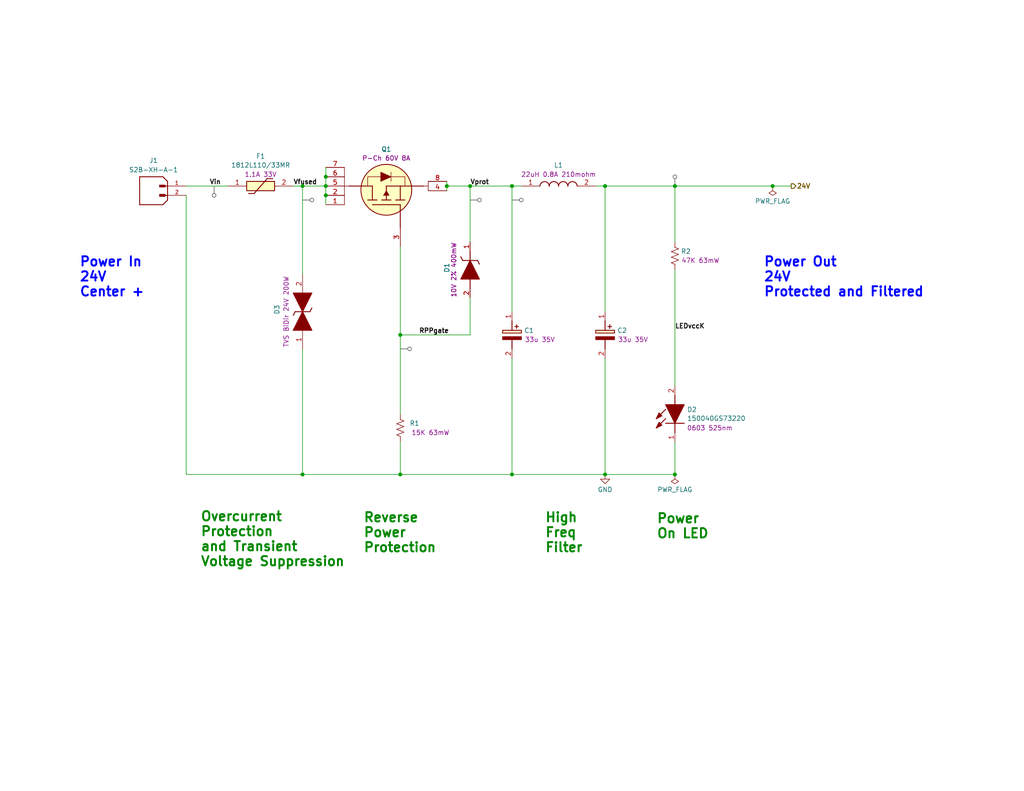
<source format=kicad_sch>
(kicad_sch
	(version 20250114)
	(generator "eeschema")
	(generator_version "9.0")
	(uuid "2336ea3f-c266-4eb7-97ed-8ac2f1d51c3d")
	(paper "USLetter")
	(title_block
		(title "1026 RPi Power Hat")
		(date "2025-05-18")
		(rev "1.0.0")
		(company "Dan Wilson")
		(comment 1 "Copyright © 2025 Dan Wilson")
		(comment 3 "Fuse, RPP, Filter, LED")
		(comment 4 "Power Input")
	)
	(lib_symbols
		(symbol "DW_CircuitProtection:[D] Littelfuse SMF24CA 24V 200W"
			(pin_names
				(hide yes)
			)
			(exclude_from_sim no)
			(in_bom yes)
			(on_board yes)
			(property "Reference" "D"
				(at 8.89 7.62 0)
				(effects
					(font
						(size 1.27 1.27)
					)
					(justify left bottom)
				)
			)
			(property "Value" "SMF24CA"
				(at 5.08 5.08 0)
				(effects
					(font
						(size 1.27 1.27)
					)
					(justify left bottom)
				)
			)
			(property "Footprint" "DW_CircuitProtection:[D] Littelfuse SMF24CA 24V 200W"
				(at 12.7 -93.65 0)
				(effects
					(font
						(size 1.27 1.27)
					)
					(justify left bottom)
					(hide yes)
				)
			)
			(property "Datasheet" "https://www.mouser.com/datasheet/2/240/media-3321418.pdf"
				(at 12.7 -193.65 0)
				(effects
					(font
						(size 1.27 1.27)
					)
					(justify left bottom)
					(hide yes)
				)
			)
			(property "Description" "ESD Suppressors / TVS Diodes TVS SMF 24V Bi"
				(at 10.16 -5.08 0)
				(effects
					(font
						(size 1.27 1.27)
					)
					(hide yes)
				)
			)
			(property "Height" "1.08"
				(at 12.7 -393.65 0)
				(effects
					(font
						(size 1.27 1.27)
					)
					(justify left bottom)
					(hide yes)
				)
			)
			(property "Manufacturer_Name" "LITTELFUSE"
				(at 12.7 -493.65 0)
				(effects
					(font
						(size 1.27 1.27)
					)
					(justify left bottom)
					(hide yes)
				)
			)
			(property "Manufacturer_Part_Number" "SMF24CA"
				(at 12.7 -593.65 0)
				(effects
					(font
						(size 1.27 1.27)
					)
					(justify left bottom)
					(hide yes)
				)
			)
			(property "Mouser Part Number" "576-SMF24CA"
				(at 12.7 -693.65 0)
				(effects
					(font
						(size 1.27 1.27)
					)
					(justify left bottom)
					(hide yes)
				)
			)
			(property "Mouser Price/Stock" "https://www.mouser.com/ProductDetail/Littelfuse/SMF24CA?qs=d0WKAl%252BL4KZ7Y3Ls3uQ%252BqA%3D%3D"
				(at 12.7 -793.65 0)
				(effects
					(font
						(size 1.27 1.27)
					)
					(justify left bottom)
					(hide yes)
				)
			)
			(property "ki_keywords" "TVS Bidirectional"
				(at 0 0 0)
				(effects
					(font
						(size 1.27 1.27)
					)
					(hide yes)
				)
			)
			(symbol "[D] Littelfuse SMF24CA 24V 200W_1_1"
				(polyline
					(pts
						(xy 9.144 2.54) (xy 10.16 2.032)
					)
					(stroke
						(width 0.254)
						(type default)
					)
					(fill
						(type none)
					)
				)
				(polyline
					(pts
						(xy 10.16 0) (xy 5.08 2.54) (xy 5.08 -2.54) (xy 10.16 0)
					)
					(stroke
						(width 0.254)
						(type default)
					)
					(fill
						(type outline)
					)
				)
				(polyline
					(pts
						(xy 10.16 0) (xy 15.24 2.54) (xy 15.24 -2.54) (xy 10.16 0)
					)
					(stroke
						(width 0.254)
						(type default)
					)
					(fill
						(type outline)
					)
				)
				(polyline
					(pts
						(xy 10.16 -2.032) (xy 10.16 2.032)
					)
					(stroke
						(width 0.254)
						(type default)
					)
					(fill
						(type none)
					)
				)
				(polyline
					(pts
						(xy 10.16 -2.032) (xy 11.176 -2.54)
					)
					(stroke
						(width 0.254)
						(type default)
					)
					(fill
						(type none)
					)
				)
				(pin passive line
					(at 0 0 0)
					(length 5.08)
					(name "1"
						(effects
							(font
								(size 1.27 1.27)
							)
						)
					)
					(number "1"
						(effects
							(font
								(size 1.27 1.27)
							)
						)
					)
				)
				(pin passive line
					(at 20.32 0 180)
					(length 5.08)
					(name "2"
						(effects
							(font
								(size 1.27 1.27)
							)
						)
					)
					(number "2"
						(effects
							(font
								(size 1.27 1.27)
							)
						)
					)
				)
			)
			(embedded_fonts no)
		)
		(symbol "DW_CircuitProtection:[F] Littelfuse 1812L110/33MR PPTC 1.1A"
			(pin_names
				(hide yes)
			)
			(exclude_from_sim no)
			(in_bom yes)
			(on_board yes)
			(property "Reference" "F"
				(at 7.62 7.62 0)
				(effects
					(font
						(size 1.27 1.27)
					)
					(justify left top)
				)
			)
			(property "Value" "1812L110/33MR"
				(at 1.27 5.08 0)
				(effects
					(font
						(size 1.27 1.27)
					)
					(justify left top)
				)
			)
			(property "Footprint" "DW_CircuitProtection:[F] Littelfuse PPTC 1812L010DR"
				(at 13.97 -96.19 0)
				(effects
					(font
						(size 1.27 1.27)
					)
					(justify left top)
					(hide yes)
				)
			)
			(property "Datasheet" "https://www.littelfuse.com/assetdocs/resettable-ptcs-1812l-datasheet?assetguid=ca5c80cb-504e-4a8a-8e74-0107520a1717"
				(at 13.97 -196.19 0)
				(effects
					(font
						(size 1.27 1.27)
					)
					(justify left top)
					(hide yes)
				)
			)
			(property "Description" "Resettable POLYFUSE 20A 33V Littelfuse 1.1A Surface Mount Resettable Fuse, 33 V dc"
				(at 8.89 -3.81 0)
				(effects
					(font
						(size 1.27 1.27)
					)
					(hide yes)
				)
			)
			(property "Height" "1.25"
				(at 13.97 -396.19 0)
				(effects
					(font
						(size 1.27 1.27)
					)
					(justify left top)
					(hide yes)
				)
			)
			(property "Mouser Part Number" "576-1812L110/33MR"
				(at 13.97 -496.19 0)
				(effects
					(font
						(size 1.27 1.27)
					)
					(justify left top)
					(hide yes)
				)
			)
			(property "Mouser Price/Stock" "https://www.mouser.com/ProductDetail/Littelfuse/1812L110-33MR?qs=PWhpLWeW8wdL8%252Bas2HFkoA%3D%3D"
				(at 13.97 -596.19 0)
				(effects
					(font
						(size 1.27 1.27)
					)
					(justify left top)
					(hide yes)
				)
			)
			(property "Manufacturer_Name" "LITTELFUSE"
				(at 13.97 -696.19 0)
				(effects
					(font
						(size 1.27 1.27)
					)
					(justify left top)
					(hide yes)
				)
			)
			(property "Manufacturer_Part_Number" "1812L110/33MR"
				(at 13.97 -796.19 0)
				(effects
					(font
						(size 1.27 1.27)
					)
					(justify left top)
					(hide yes)
				)
			)
			(property "ki_keywords" "Resettable POLYFUSE 20A 33V Littelfuse 1.1A Surface Mount Resettable Fuse, 33 V dc"
				(at 0 0 0)
				(effects
					(font
						(size 1.27 1.27)
					)
					(hide yes)
				)
			)
			(symbol "[F] Littelfuse 1812L110/33MR PPTC 1.1A_1_1"
				(rectangle
					(start 5.08 1.27)
					(end 12.7 -1.27)
					(stroke
						(width 0.254)
						(type default)
					)
					(fill
						(type background)
					)
				)
				(polyline
					(pts
						(xy 5.588 -2.032) (xy 7.112 -2.032)
					)
					(stroke
						(width 0.254)
						(type default)
					)
					(fill
						(type none)
					)
				)
				(polyline
					(pts
						(xy 10.668 2.032) (xy 7.112 -2.032)
					)
					(stroke
						(width 0.254)
						(type default)
					)
					(fill
						(type none)
					)
				)
				(polyline
					(pts
						(xy 10.668 2.032) (xy 12.192 2.032)
					)
					(stroke
						(width 0.254)
						(type default)
					)
					(fill
						(type none)
					)
				)
				(pin passive line
					(at 0 0 0)
					(length 5.08)
					(name "1"
						(effects
							(font
								(size 1.27 1.27)
							)
						)
					)
					(number "1"
						(effects
							(font
								(size 1.27 1.27)
							)
						)
					)
				)
				(pin passive line
					(at 17.78 0 180)
					(length 5.08)
					(name "2"
						(effects
							(font
								(size 1.27 1.27)
							)
						)
					)
					(number "2"
						(effects
							(font
								(size 1.27 1.27)
							)
						)
					)
				)
			)
			(embedded_fonts no)
		)
		(symbol "DW_Connectors:[J] JST S2B-XH-A-1"
			(pin_names
				(offset 1.016)
				(hide yes)
			)
			(exclude_from_sim no)
			(in_bom yes)
			(on_board yes)
			(property "Reference" "J"
				(at 2.54 8.89 0)
				(effects
					(font
						(size 1.27 1.27)
					)
					(justify left bottom)
				)
			)
			(property "Value" "S2B-XH-A-1"
				(at -2.54 6.35 0)
				(effects
					(font
						(size 1.27 1.27)
					)
					(justify left bottom)
				)
			)
			(property "Footprint" "DW_Connectors:[J] JST S2B-XH-A-1"
				(at 0 -11.43 0)
				(effects
					(font
						(size 1.27 1.27)
					)
					(justify bottom)
					(hide yes)
				)
			)
			(property "Datasheet" "https://www.jst-mfg.com/product/pdf/eng/eXH.pdf"
				(at 0 -7.62 0)
				(effects
					(font
						(size 1.27 1.27)
					)
					(hide yes)
				)
			)
			(property "Description" "Connector Header Through Hole 2 position 0.098 (2.50mm), Side Entry"
				(at 0 -13.97 0)
				(effects
					(font
						(size 1.27 1.27)
					)
					(justify bottom)
					(hide yes)
				)
			)
			(property "DigiKey_Part_Number" "455-S2B-XH-A-1-ND"
				(at 0 -19.05 0)
				(effects
					(font
						(size 1.27 1.27)
					)
					(justify bottom)
					(hide yes)
				)
			)
			(property "Height" "7 mm"
				(at 0 -16.51 0)
				(effects
					(font
						(size 1.27 1.27)
					)
					(justify bottom)
					(hide yes)
				)
			)
			(property "Mouser Part Number" ""
				(at 0 0 0)
				(effects
					(font
						(size 1.27 1.27)
					)
					(hide yes)
				)
			)
			(property "Manufacturer_Name" "JST"
				(at 0 -24.13 0)
				(effects
					(font
						(size 1.27 1.27)
					)
					(hide yes)
				)
			)
			(property "Manufacturer_Part_Number" "B2B-XH-A(LF)(SN)"
				(at 0 -21.59 0)
				(effects
					(font
						(size 1.27 1.27)
					)
					(hide yes)
				)
			)
			(property "ki_keywords" "JST XH S2B"
				(at 0 0 0)
				(effects
					(font
						(size 1.27 1.27)
					)
					(hide yes)
				)
			)
			(symbol "[J] JST S2B-XH-A-1_0_0"
				(polyline
					(pts
						(xy 0 3.81) (xy 0 2.54)
					)
					(stroke
						(width 0.254)
						(type default)
					)
					(fill
						(type none)
					)
				)
				(polyline
					(pts
						(xy 0 3.81) (xy 1.27 5.08)
					)
					(stroke
						(width 0.254)
						(type default)
					)
					(fill
						(type none)
					)
				)
				(polyline
					(pts
						(xy 0 2.54) (xy 0 -1.27)
					)
					(stroke
						(width 0.254)
						(type default)
					)
					(fill
						(type none)
					)
				)
				(polyline
					(pts
						(xy 0 2.54) (xy 1.905 2.54)
					)
					(stroke
						(width 0.254)
						(type default)
					)
					(fill
						(type none)
					)
				)
				(polyline
					(pts
						(xy 0 0) (xy 1.905 0)
					)
					(stroke
						(width 0.254)
						(type default)
					)
					(fill
						(type none)
					)
				)
				(polyline
					(pts
						(xy 0 -1.27) (xy 1.27 -2.54)
					)
					(stroke
						(width 0.254)
						(type default)
					)
					(fill
						(type none)
					)
				)
				(rectangle
					(start 0.635 2.2225)
					(end 2.2225 2.8575)
					(stroke
						(width 0.1)
						(type default)
					)
					(fill
						(type outline)
					)
				)
				(rectangle
					(start 0.635 -0.3175)
					(end 2.2225 0.3175)
					(stroke
						(width 0.1)
						(type default)
					)
					(fill
						(type outline)
					)
				)
				(polyline
					(pts
						(xy 1.27 -2.54) (xy 7.62 -2.54)
					)
					(stroke
						(width 0.254)
						(type default)
					)
					(fill
						(type none)
					)
				)
				(polyline
					(pts
						(xy 7.62 5.08) (xy 1.27 5.08)
					)
					(stroke
						(width 0.254)
						(type default)
					)
					(fill
						(type none)
					)
				)
				(polyline
					(pts
						(xy 7.62 -2.54) (xy 7.62 5.08)
					)
					(stroke
						(width 0.254)
						(type default)
					)
					(fill
						(type none)
					)
				)
				(pin passive line
					(at -5.08 2.54 0)
					(length 5.08)
					(name "1"
						(effects
							(font
								(size 1.016 1.016)
							)
						)
					)
					(number "1"
						(effects
							(font
								(size 1.016 1.016)
							)
						)
					)
				)
				(pin passive line
					(at -5.08 0 0)
					(length 5.08)
					(name "2"
						(effects
							(font
								(size 1.016 1.016)
							)
						)
					)
					(number "2"
						(effects
							(font
								(size 1.016 1.016)
							)
						)
					)
				)
			)
			(embedded_fonts no)
		)
		(symbol "DW_Optoelectronics:[D] Wurth Elektronik 150040GS73220"
			(pin_names
				(hide yes)
			)
			(exclude_from_sim no)
			(in_bom yes)
			(on_board yes)
			(property "Reference" "D"
				(at 5.08 8.89 0)
				(effects
					(font
						(size 1.27 1.27)
					)
					(justify left bottom)
				)
			)
			(property "Value" "150040GS73220"
				(at -1.27 6.35 0)
				(effects
					(font
						(size 1.27 1.27)
					)
					(justify left bottom)
				)
			)
			(property "Footprint" "DW_Optoelectronics:[D] Wurth Elektronik 150040GS73220"
				(at 12.7 -93.65 0)
				(effects
					(font
						(size 1.27 1.27)
					)
					(justify left bottom)
					(hide yes)
				)
			)
			(property "Datasheet" "https://www.we-online.com/components/products/datasheet/150040GS73220.pdf"
				(at 12.7 -193.65 0)
				(effects
					(font
						(size 1.27 1.27)
					)
					(justify left bottom)
					(hide yes)
				)
			)
			(property "Description" "WURTH ELEKTRONIK - 150040GS73220 - LED, Green, SMD, 0402, Rectangular, 3.3V/20mA Forward, 525nm, 750mcd, 120 Viewing Angle"
				(at 7.62 -5.08 0)
				(effects
					(font
						(size 1.27 1.27)
					)
					(hide yes)
				)
			)
			(property "Height" "0.35"
				(at 12.7 -393.65 0)
				(effects
					(font
						(size 1.27 1.27)
					)
					(justify left bottom)
					(hide yes)
				)
			)
			(property "Mouser Part Number" "710-150040GS73220"
				(at 12.7 -493.65 0)
				(effects
					(font
						(size 1.27 1.27)
					)
					(justify left bottom)
					(hide yes)
				)
			)
			(property "Mouser Price/Stock" "https://www.mouser.com/ProductDetail/Wurth-Elektronik/150040GS73220?qs=u16ybLDytRZ9vktXLUK1Kg%3D%3D"
				(at 12.7 -593.65 0)
				(effects
					(font
						(size 1.27 1.27)
					)
					(justify left bottom)
					(hide yes)
				)
			)
			(property "Manufacturer_Name" "Wurth Elektronik"
				(at 12.7 -693.65 0)
				(effects
					(font
						(size 1.27 1.27)
					)
					(justify left bottom)
					(hide yes)
				)
			)
			(property "Manufacturer_Part_Number" "150040GS73220"
				(at 12.7 -793.65 0)
				(effects
					(font
						(size 1.27 1.27)
					)
					(justify left bottom)
					(hide yes)
				)
			)
			(property "ki_keywords" "WURTH ELEKTRONIK - 150040GS73220 - LED, Green, SMD, 0402, Rectangular, 3.3V/20mA Forward, 525nm, 750mcd, 120 Viewing Angle"
				(at 0 0 0)
				(effects
					(font
						(size 1.27 1.27)
					)
					(hide yes)
				)
			)
			(symbol "[D] Wurth Elektronik 150040GS73220_1_1"
				(polyline
					(pts
						(xy 2.54 0) (xy 5.08 0)
					)
					(stroke
						(width 0.254)
						(type default)
					)
					(fill
						(type none)
					)
				)
				(polyline
					(pts
						(xy 5.08 2.54) (xy 5.08 -2.54)
					)
					(stroke
						(width 0.254)
						(type default)
					)
					(fill
						(type none)
					)
				)
				(polyline
					(pts
						(xy 5.08 0) (xy 10.16 2.54) (xy 10.16 -2.54) (xy 5.08 0)
					)
					(stroke
						(width 0.254)
						(type default)
					)
					(fill
						(type outline)
					)
				)
				(polyline
					(pts
						(xy 5.334 4.318) (xy 4.572 3.556) (xy 3.81 5.08) (xy 5.334 4.318)
					)
					(stroke
						(width 0.254)
						(type default)
					)
					(fill
						(type outline)
					)
				)
				(polyline
					(pts
						(xy 6.35 2.54) (xy 3.81 5.08)
					)
					(stroke
						(width 0.254)
						(type default)
					)
					(fill
						(type none)
					)
				)
				(polyline
					(pts
						(xy 7.874 4.318) (xy 7.112 3.556) (xy 6.35 5.08) (xy 7.874 4.318)
					)
					(stroke
						(width 0.254)
						(type default)
					)
					(fill
						(type outline)
					)
				)
				(polyline
					(pts
						(xy 8.89 2.54) (xy 6.35 5.08)
					)
					(stroke
						(width 0.254)
						(type default)
					)
					(fill
						(type none)
					)
				)
				(polyline
					(pts
						(xy 10.16 0) (xy 12.7 0)
					)
					(stroke
						(width 0.254)
						(type default)
					)
					(fill
						(type none)
					)
				)
				(pin passive line
					(at 0 0 0)
					(length 2.54)
					(name "K"
						(effects
							(font
								(size 1.27 1.27)
							)
						)
					)
					(number "1"
						(effects
							(font
								(size 1.27 1.27)
							)
						)
					)
				)
				(pin passive line
					(at 15.24 0 180)
					(length 2.54)
					(name "A"
						(effects
							(font
								(size 1.27 1.27)
							)
						)
					)
					(number "2"
						(effects
							(font
								(size 1.27 1.27)
							)
						)
					)
				)
			)
			(embedded_fonts no)
		)
		(symbol "DW_Passives:[C] Kemet Tantalum Polymer T521X336M050ATE050"
			(pin_names
				(hide yes)
			)
			(exclude_from_sim no)
			(in_bom yes)
			(on_board yes)
			(property "Reference" "C"
				(at 5.08 7.62 0)
				(effects
					(font
						(size 1.27 1.27)
					)
					(justify left top)
				)
			)
			(property "Value" "33u 50V"
				(at 2.54 5.08 0)
				(effects
					(font
						(size 1.27 1.27)
					)
					(justify left top)
				)
			)
			(property "Footprint" "DW_Passives:[C] Kemet Tantalum Polymer T521X"
				(at 8.89 -96.19 0)
				(effects
					(font
						(size 1.27 1.27)
					)
					(justify left top)
					(hide yes)
				)
			)
			(property "Datasheet" "https://www.mouser.com/datasheet/2/447/KEM_T2076_T52X_530-3317002.pdf"
				(at 8.89 -196.19 0)
				(effects
					(font
						(size 1.27 1.27)
					)
					(justify left top)
					(hide yes)
				)
			)
			(property "Description" "T521, Tantalum, Polymer Tantalum, Commercial Grade, 33 uF, 20%, 50 VDC, 125C, -55C, 105C, SMD, Polymer, Molded, Low ESR, Non-Combustible, 2,000 Hrs, 10 % , 50 mOhms, 165 uA, 553.96 mg, 7343, 4mm, Height Max = 4.3mm, 500, 52  Weeks"
				(at 6.35 -5.08 0)
				(effects
					(font
						(size 1.27 1.27)
					)
					(hide yes)
				)
			)
			(property "Height" "4.3"
				(at 8.89 -396.19 0)
				(effects
					(font
						(size 1.27 1.27)
					)
					(justify left top)
					(hide yes)
				)
			)
			(property "Mouser Part Number" "80-T521X336M050ATE50"
				(at 8.89 -496.19 0)
				(effects
					(font
						(size 1.27 1.27)
					)
					(justify left top)
					(hide yes)
				)
			)
			(property "Mouser Price/Stock" "https://www.mouser.com/ProductDetail/KEMET/T521X336M050ATE050?qs=jHkklCh7amjfuWdKVXvPgQ%3D%3D"
				(at 8.89 -596.19 0)
				(effects
					(font
						(size 1.27 1.27)
					)
					(justify left top)
					(hide yes)
				)
			)
			(property "Manufacturer_Name" "KEMET"
				(at 8.89 -696.19 0)
				(effects
					(font
						(size 1.27 1.27)
					)
					(justify left top)
					(hide yes)
				)
			)
			(property "Manufacturer_Part_Number" "T521X336M050ATE050"
				(at 8.89 -796.19 0)
				(effects
					(font
						(size 1.27 1.27)
					)
					(justify left top)
					(hide yes)
				)
			)
			(property "ki_keywords" "T521, Tantalum, Polymer Tantalum, Commercial Grade, 33 uF, 20%, 50 VDC, 125C, -55C, 105C, SMD, Polymer, Molded, Low ESR, Non-Combustible, 2,000 Hrs, 10 % , 50 mOhms, 165 uA, 553.96 mg, 7343, 4mm, Height Max = 4.3mm, 500, 52  Weeks"
				(at 0 0 0)
				(effects
					(font
						(size 1.27 1.27)
					)
					(hide yes)
				)
			)
			(symbol "[C] Kemet Tantalum Polymer T521X336M050ATE050_1_1"
				(polyline
					(pts
						(xy 2.54 0) (xy 5.08 0)
					)
					(stroke
						(width 0.254)
						(type default)
					)
					(fill
						(type none)
					)
				)
				(polyline
					(pts
						(xy 4.064 1.778) (xy 4.064 0.762)
					)
					(stroke
						(width 0.254)
						(type default)
					)
					(fill
						(type none)
					)
				)
				(polyline
					(pts
						(xy 4.572 1.27) (xy 3.556 1.27)
					)
					(stroke
						(width 0.254)
						(type default)
					)
					(fill
						(type none)
					)
				)
				(rectangle
					(start 5.08 2.54)
					(end 5.842 -2.54)
					(stroke
						(width 0.254)
						(type default)
					)
					(fill
						(type background)
					)
				)
				(polyline
					(pts
						(xy 7.62 2.54) (xy 7.62 -2.54) (xy 6.858 -2.54) (xy 6.858 2.54) (xy 7.62 2.54)
					)
					(stroke
						(width 0.254)
						(type default)
					)
					(fill
						(type outline)
					)
				)
				(polyline
					(pts
						(xy 7.62 0) (xy 10.16 0)
					)
					(stroke
						(width 0.254)
						(type default)
					)
					(fill
						(type none)
					)
				)
				(pin passive line
					(at 0 0 0)
					(length 2.54)
					(name "+"
						(effects
							(font
								(size 1.27 1.27)
							)
						)
					)
					(number "1"
						(effects
							(font
								(size 1.27 1.27)
							)
						)
					)
				)
				(pin passive line
					(at 12.7 0 180)
					(length 2.54)
					(name "-"
						(effects
							(font
								(size 1.27 1.27)
							)
						)
					)
					(number "2"
						(effects
							(font
								(size 1.27 1.27)
							)
						)
					)
				)
			)
			(embedded_fonts no)
		)
		(symbol "DW_Passives:[L] Coilcraft Inductor LPS4040 22uH 210mohm"
			(pin_names
				(hide yes)
			)
			(exclude_from_sim no)
			(in_bom yes)
			(on_board yes)
			(property "Reference" "L"
				(at 8.89 10.16 0)
				(effects
					(font
						(size 1.27 1.27)
					)
					(justify left top)
				)
			)
			(property "Value" "LPS4040-223"
				(at 3.81 7.62 0)
				(effects
					(font
						(size 1.27 1.27)
					)
					(justify left top)
				)
			)
			(property "Footprint" "DW_Passives:[L] Coilcraft Inductor LPS4040"
				(at 16.51 -96.19 0)
				(effects
					(font
						(size 1.27 1.27)
					)
					(justify left top)
					(hide yes)
				)
			)
			(property "Datasheet" "https://www.coilcraft.com/getmedia/f7e40242-0039-4f27-a16a-aab00a43fe02/lps4040.pdf"
				(at 16.51 -196.19 0)
				(effects
					(font
						(size 1.27 1.27)
					)
					(justify left top)
					(hide yes)
				)
			)
			(property "Description" "Shielded Ferrite Inductor LPS 22uH 210mohm"
				(at 11.43 -2.54 0)
				(effects
					(font
						(size 1.27 1.27)
					)
					(hide yes)
				)
			)
			(property "Height" "4"
				(at 16.51 -396.19 0)
				(effects
					(font
						(size 1.27 1.27)
					)
					(justify left top)
					(hide yes)
				)
			)
			(property "Mouser Part Number" ""
				(at 16.51 -496.19 0)
				(effects
					(font
						(size 1.27 1.27)
					)
					(justify left top)
					(hide yes)
				)
			)
			(property "Mouser Price/Stock" ""
				(at 16.51 -596.19 0)
				(effects
					(font
						(size 1.27 1.27)
					)
					(justify left top)
					(hide yes)
				)
			)
			(property "Manufacturer_Name" "Coilcraft"
				(at 16.51 -696.19 0)
				(effects
					(font
						(size 1.27 1.27)
					)
					(justify left top)
					(hide yes)
				)
			)
			(property "Manufacturer_Part_Number" "LPS4040-223"
				(at 16.51 -796.19 0)
				(effects
					(font
						(size 1.27 1.27)
					)
					(justify left top)
					(hide yes)
				)
			)
			(property "Spec" "22uH 0.8A 210mohm"
				(at 10.16 5.08 0)
				(effects
					(font
						(size 1.27 1.27)
					)
				)
			)
			(property "ki_keywords" "Shielded Ferrite Inductor LPS 22uH 210mohm"
				(at 0 0 0)
				(effects
					(font
						(size 1.27 1.27)
					)
					(hide yes)
				)
			)
			(symbol "[L] Coilcraft Inductor LPS4040 22uH 210mohm_1_1"
				(arc
					(start 5.08 0)
					(mid 6.35 1.219)
					(end 7.62 0)
					(stroke
						(width 0.254)
						(type default)
					)
					(fill
						(type none)
					)
				)
				(arc
					(start 7.62 0)
					(mid 8.89 1.219)
					(end 10.16 0)
					(stroke
						(width 0.254)
						(type default)
					)
					(fill
						(type none)
					)
				)
				(arc
					(start 10.16 0)
					(mid 11.43 1.219)
					(end 12.7 0)
					(stroke
						(width 0.254)
						(type default)
					)
					(fill
						(type none)
					)
				)
				(arc
					(start 12.7 0)
					(mid 13.97 1.219)
					(end 15.24 0)
					(stroke
						(width 0.254)
						(type default)
					)
					(fill
						(type none)
					)
				)
				(pin passive line
					(at 0 0 0)
					(length 5.08)
					(name "1"
						(effects
							(font
								(size 1.27 1.27)
							)
						)
					)
					(number "1"
						(effects
							(font
								(size 1.27 1.27)
							)
						)
					)
				)
				(pin passive line
					(at 20.32 0 180)
					(length 5.08)
					(name "2"
						(effects
							(font
								(size 1.27 1.27)
							)
						)
					)
					(number "2"
						(effects
							(font
								(size 1.27 1.27)
							)
						)
					)
				)
			)
			(embedded_fonts no)
		)
		(symbol "DW_Semiconductors:[D] Nexperia Zener PDZ10B,115 10V"
			(pin_names
				(hide yes)
			)
			(exclude_from_sim no)
			(in_bom yes)
			(on_board yes)
			(property "Reference" "Z"
				(at 6.35 8.89 0)
				(effects
					(font
						(size 1.27 1.27)
					)
					(justify left top)
				)
			)
			(property "Value" "PDZ10B,115"
				(at 2.54 6.35 0)
				(effects
					(font
						(size 1.27 1.27)
					)
					(justify left top)
				)
			)
			(property "Footprint" "DW_Semiconductors:[D] Nexperia Zener PDZ10B,115 10V"
				(at 10.16 -93.65 0)
				(effects
					(font
						(size 1.27 1.27)
					)
					(justify left top)
					(hide yes)
				)
			)
			(property "Datasheet" "https://www.mouser.com/datasheet/2/916/PDZ_B_SER-1548405.pdf"
				(at 10.16 -193.65 0)
				(effects
					(font
						(size 1.27 1.27)
					)
					(justify left top)
					(hide yes)
				)
			)
			(property "Description" "Nexperia, 10V Zener Diode 2% 400 mW SMT 2-Pin SOD-323"
				(at 7.62 -5.08 0)
				(effects
					(font
						(size 1.27 1.27)
					)
					(hide yes)
				)
			)
			(property "Height" "1.1"
				(at 10.16 -393.65 0)
				(effects
					(font
						(size 1.27 1.27)
					)
					(justify left top)
					(hide yes)
				)
			)
			(property "Mouser Part Number" "771-PDZ10B115"
				(at 10.16 -493.65 0)
				(effects
					(font
						(size 1.27 1.27)
					)
					(justify left top)
					(hide yes)
				)
			)
			(property "Mouser Price/Stock" "https://www.mouser.com/ProductDetail/Nexperia/PDZ10B115?qs=LOCUfHb8d9t6BsAtogB8tA%3D%3D"
				(at 10.16 -593.65 0)
				(effects
					(font
						(size 1.27 1.27)
					)
					(justify left top)
					(hide yes)
				)
			)
			(property "Manufacturer_Name" "Nexperia"
				(at 10.16 -693.65 0)
				(effects
					(font
						(size 1.27 1.27)
					)
					(justify left top)
					(hide yes)
				)
			)
			(property "Manufacturer_Part_Number" "PDZ10B,115"
				(at 10.16 -793.65 0)
				(effects
					(font
						(size 1.27 1.27)
					)
					(justify left top)
					(hide yes)
				)
			)
			(property "ki_keywords" "Nexperia, 10V Zener Diode 2% 400 mW SMT 2-Pin SOD-323"
				(at 0 0 0)
				(effects
					(font
						(size 1.27 1.27)
					)
					(hide yes)
				)
			)
			(symbol "[D] Nexperia Zener PDZ10B,115 10V_1_1"
				(polyline
					(pts
						(xy 2.54 0) (xy 5.08 0)
					)
					(stroke
						(width 0.254)
						(type default)
					)
					(fill
						(type none)
					)
				)
				(polyline
					(pts
						(xy 4.064 -2.54) (xy 5.08 -2.032)
					)
					(stroke
						(width 0.254)
						(type default)
					)
					(fill
						(type none)
					)
				)
				(polyline
					(pts
						(xy 5.08 2.032) (xy 5.08 -2.032)
					)
					(stroke
						(width 0.254)
						(type default)
					)
					(fill
						(type none)
					)
				)
				(polyline
					(pts
						(xy 5.08 2.032) (xy 6.096 2.54)
					)
					(stroke
						(width 0.254)
						(type default)
					)
					(fill
						(type none)
					)
				)
				(polyline
					(pts
						(xy 5.08 0) (xy 10.16 2.54) (xy 10.16 -2.54) (xy 5.08 0)
					)
					(stroke
						(width 0.254)
						(type default)
					)
					(fill
						(type outline)
					)
				)
				(polyline
					(pts
						(xy 12.7 0) (xy 10.16 0)
					)
					(stroke
						(width 0.254)
						(type default)
					)
					(fill
						(type none)
					)
				)
				(pin passive line
					(at 0 0 0)
					(length 2.54)
					(name "K"
						(effects
							(font
								(size 1.27 1.27)
							)
						)
					)
					(number "1"
						(effects
							(font
								(size 1.27 1.27)
							)
						)
					)
				)
				(pin passive line
					(at 15.24 0 180)
					(length 2.54)
					(name "A"
						(effects
							(font
								(size 1.27 1.27)
							)
						)
					)
					(number "2"
						(effects
							(font
								(size 1.27 1.27)
							)
						)
					)
				)
			)
			(embedded_fonts no)
		)
		(symbol "DW_Semiconductors:[Q] Nexperia BUK6D120-60PX P-Ch 60V 8A"
			(pin_names
				(hide yes)
			)
			(exclude_from_sim no)
			(in_bom yes)
			(on_board yes)
			(property "Reference" "Q"
				(at -1.27 10.16 0)
				(effects
					(font
						(size 1.27 1.27)
					)
					(justify left top)
				)
			)
			(property "Value" "BUK6D120-60PX"
				(at -7.62 7.62 0)
				(effects
					(font
						(size 1.27 1.27)
					)
					(justify left top)
				)
			)
			(property "Footprint" "DW_Semiconductors:[Q] Nexperia BUK6D120-60PX P-Ch 60V 8A"
				(at 21.59 -94.92 0)
				(effects
					(font
						(size 1.27 1.27)
					)
					(justify left top)
					(hide yes)
				)
			)
			(property "Datasheet" "https://www.mouser.com/datasheet/2/916/BUK6D120_60P-1539811.pdf"
				(at 21.59 -194.92 0)
				(effects
					(font
						(size 1.27 1.27)
					)
					(justify left top)
					(hide yes)
				)
			)
			(property "Description" "MOSFET 60V P-CH TRENCHMOS SOT1220"
				(at 17.78 -25.4 0)
				(effects
					(font
						(size 1.27 1.27)
					)
					(hide yes)
				)
			)
			(property "Height" "0.65"
				(at 21.59 -394.92 0)
				(effects
					(font
						(size 1.27 1.27)
					)
					(justify left top)
					(hide yes)
				)
			)
			(property "Manufacturer_Name" "Nexperia"
				(at 21.59 -694.92 0)
				(effects
					(font
						(size 1.27 1.27)
					)
					(justify left top)
					(hide yes)
				)
			)
			(property "Manufacturer_Part_Number" "BUK6D120-60PX"
				(at 21.59 -794.92 0)
				(effects
					(font
						(size 1.27 1.27)
					)
					(justify left top)
					(hide yes)
				)
			)
			(property "Mouser Part Number" "771-BUK6D120-60PX"
				(at 17.78 -30.48 0)
				(effects
					(font
						(size 1.27 1.27)
					)
					(hide yes)
				)
			)
			(property "Mouser Price/Stock" "https://www.mouser.com/ProductDetail/Nexperia/BUK6D120-60PX?qs=F5EMLAvA7IBtoNC2L3hOcQ%3D%3D"
				(at 17.78 -27.94 0)
				(effects
					(font
						(size 1.27 1.27)
					)
					(hide yes)
				)
			)
			(property "ki_keywords" "P-Channel MOSFET 60V 8A"
				(at 0 0 0)
				(effects
					(font
						(size 1.27 1.27)
					)
					(hide yes)
				)
			)
			(symbol "[Q] Nexperia BUK6D120-60PX P-Ch 60V 8A_1_1"
				(polyline
					(pts
						(xy 12.7 11.43) (xy 22.86 11.43)
					)
					(stroke
						(width 0)
						(type default)
					)
					(fill
						(type none)
					)
				)
				(polyline
					(pts
						(xy 12.7 3.81) (xy 12.7 -3.81)
					)
					(stroke
						(width 0.254)
						(type default)
					)
					(fill
						(type none)
					)
				)
				(polyline
					(pts
						(xy 12.7 -3.81) (xy 6.35 -3.81)
					)
					(stroke
						(width 0.254)
						(type default)
					)
					(fill
						(type none)
					)
				)
				(polyline
					(pts
						(xy 13.97 5.08) (xy 13.97 2.54)
					)
					(stroke
						(width 0.254)
						(type default)
					)
					(fill
						(type none)
					)
				)
				(polyline
					(pts
						(xy 13.97 3.81) (xy 17.78 3.81)
					)
					(stroke
						(width 0.254)
						(type default)
					)
					(fill
						(type none)
					)
				)
				(polyline
					(pts
						(xy 13.97 1.27) (xy 13.97 -1.27)
					)
					(stroke
						(width 0.254)
						(type default)
					)
					(fill
						(type none)
					)
				)
				(polyline
					(pts
						(xy 13.97 -2.54) (xy 13.97 -5.08)
					)
					(stroke
						(width 0.254)
						(type default)
					)
					(fill
						(type none)
					)
				)
				(polyline
					(pts
						(xy 13.97 -3.81) (xy 17.78 -3.81)
					)
					(stroke
						(width 0.254)
						(type default)
					)
					(fill
						(type none)
					)
				)
				(polyline
					(pts
						(xy 15.24 0.762) (xy 15.24 -0.762) (xy 16.51 0) (xy 15.24 0.762)
					)
					(stroke
						(width 0)
						(type default)
					)
					(fill
						(type outline)
					)
				)
				(polyline
					(pts
						(xy 15.24 0) (xy 13.97 0)
					)
					(stroke
						(width 0.254)
						(type default)
					)
					(fill
						(type none)
					)
				)
				(polyline
					(pts
						(xy 16.51 0) (xy 17.78 0)
					)
					(stroke
						(width 0.254)
						(type default)
					)
					(fill
						(type none)
					)
				)
				(polyline
					(pts
						(xy 16.51 -11.43) (xy 19.05 -11.43)
					)
					(stroke
						(width 0)
						(type default)
					)
					(fill
						(type none)
					)
				)
				(circle
					(center 16.764 0)
					(radius 6.9329)
					(stroke
						(width 0.254)
						(type default)
					)
					(fill
						(type background)
					)
				)
				(polyline
					(pts
						(xy 17.78 10.16) (xy 17.78 11.43)
					)
					(stroke
						(width 0)
						(type default)
					)
					(fill
						(type none)
					)
				)
				(polyline
					(pts
						(xy 17.78 5.08) (xy 20.32 5.08) (xy 20.32 -5.08) (xy 17.78 -5.08)
					)
					(stroke
						(width 0)
						(type default)
					)
					(fill
						(type none)
					)
				)
				(polyline
					(pts
						(xy 17.78 3.81) (xy 17.78 10.16)
					)
					(stroke
						(width 0.254)
						(type default)
					)
					(fill
						(type none)
					)
				)
				(polyline
					(pts
						(xy 17.78 0) (xy 17.78 -3.81)
					)
					(stroke
						(width 0.254)
						(type default)
					)
					(fill
						(type none)
					)
				)
				(polyline
					(pts
						(xy 17.78 -3.81) (xy 17.78 -10.16)
					)
					(stroke
						(width 0.254)
						(type default)
					)
					(fill
						(type none)
					)
				)
				(polyline
					(pts
						(xy 17.78 -11.43) (xy 17.78 -10.16)
					)
					(stroke
						(width 0)
						(type default)
					)
					(fill
						(type none)
					)
				)
				(polyline
					(pts
						(xy 19.05 -1.27) (xy 21.59 -1.27)
					)
					(stroke
						(width 0)
						(type default)
					)
					(fill
						(type none)
					)
				)
				(polyline
					(pts
						(xy 20.32 -1.27) (xy 19.05 1.524) (xy 21.59 1.524) (xy 20.32 -1.27)
					)
					(stroke
						(width 0)
						(type default)
					)
					(fill
						(type outline)
					)
				)
				(pin passive line
					(at 1.27 -3.81 0)
					(length 5.08)
					(name "G"
						(effects
							(font
								(size 1.27 1.27)
							)
						)
					)
					(number "3"
						(effects
							(font
								(size 1.27 1.27)
							)
						)
					)
				)
				(pin passive line
					(at 12.7 16.51 270)
					(length 5.08)
					(name "D_1"
						(effects
							(font
								(size 1.27 1.27)
							)
						)
					)
					(number "1"
						(effects
							(font
								(size 1.27 1.27)
							)
						)
					)
				)
				(pin passive line
					(at 15.24 16.51 270)
					(length 5.08)
					(name "D_2"
						(effects
							(font
								(size 1.27 1.27)
							)
						)
					)
					(number "2"
						(effects
							(font
								(size 1.27 1.27)
							)
						)
					)
				)
				(pin passive line
					(at 16.51 -16.51 90)
					(length 5.08)
					(name "S_1"
						(effects
							(font
								(size 1.27 1.27)
							)
						)
					)
					(number "4"
						(effects
							(font
								(size 1.27 1.27)
							)
						)
					)
				)
				(pin passive line
					(at 17.78 16.51 270)
					(length 5.08)
					(name "D_3"
						(effects
							(font
								(size 1.27 1.27)
							)
						)
					)
					(number "5"
						(effects
							(font
								(size 1.27 1.27)
							)
						)
					)
				)
				(pin passive line
					(at 19.05 -16.51 90)
					(length 5.08)
					(name "S_2"
						(effects
							(font
								(size 1.27 1.27)
							)
						)
					)
					(number "8"
						(effects
							(font
								(size 1.27 1.27)
							)
						)
					)
				)
				(pin passive line
					(at 20.32 16.51 270)
					(length 5.08)
					(name "D_4"
						(effects
							(font
								(size 1.27 1.27)
							)
						)
					)
					(number "6"
						(effects
							(font
								(size 1.27 1.27)
							)
						)
					)
				)
				(pin passive line
					(at 22.86 16.51 270)
					(length 5.08)
					(name "D_5"
						(effects
							(font
								(size 1.27 1.27)
							)
						)
					)
					(number "7"
						(effects
							(font
								(size 1.27 1.27)
							)
						)
					)
				)
			)
			(embedded_fonts no)
		)
		(symbol "Device:R_US"
			(pin_numbers
				(hide yes)
			)
			(pin_names
				(offset 0)
			)
			(exclude_from_sim no)
			(in_bom yes)
			(on_board yes)
			(property "Reference" "R"
				(at 2.54 0 90)
				(effects
					(font
						(size 1.27 1.27)
					)
				)
			)
			(property "Value" "R_US"
				(at -2.54 0 90)
				(effects
					(font
						(size 1.27 1.27)
					)
				)
			)
			(property "Footprint" ""
				(at 1.016 -0.254 90)
				(effects
					(font
						(size 1.27 1.27)
					)
					(hide yes)
				)
			)
			(property "Datasheet" "~"
				(at 0 0 0)
				(effects
					(font
						(size 1.27 1.27)
					)
					(hide yes)
				)
			)
			(property "Description" "Resistor, US symbol"
				(at 0 0 0)
				(effects
					(font
						(size 1.27 1.27)
					)
					(hide yes)
				)
			)
			(property "ki_keywords" "R res resistor"
				(at 0 0 0)
				(effects
					(font
						(size 1.27 1.27)
					)
					(hide yes)
				)
			)
			(property "ki_fp_filters" "R_*"
				(at 0 0 0)
				(effects
					(font
						(size 1.27 1.27)
					)
					(hide yes)
				)
			)
			(symbol "R_US_0_1"
				(polyline
					(pts
						(xy 0 2.286) (xy 0 2.54)
					)
					(stroke
						(width 0)
						(type default)
					)
					(fill
						(type none)
					)
				)
				(polyline
					(pts
						(xy 0 2.286) (xy 1.016 1.905) (xy 0 1.524) (xy -1.016 1.143) (xy 0 0.762)
					)
					(stroke
						(width 0)
						(type default)
					)
					(fill
						(type none)
					)
				)
				(polyline
					(pts
						(xy 0 0.762) (xy 1.016 0.381) (xy 0 0) (xy -1.016 -0.381) (xy 0 -0.762)
					)
					(stroke
						(width 0)
						(type default)
					)
					(fill
						(type none)
					)
				)
				(polyline
					(pts
						(xy 0 -0.762) (xy 1.016 -1.143) (xy 0 -1.524) (xy -1.016 -1.905) (xy 0 -2.286)
					)
					(stroke
						(width 0)
						(type default)
					)
					(fill
						(type none)
					)
				)
				(polyline
					(pts
						(xy 0 -2.286) (xy 0 -2.54)
					)
					(stroke
						(width 0)
						(type default)
					)
					(fill
						(type none)
					)
				)
			)
			(symbol "R_US_1_1"
				(pin passive line
					(at 0 3.81 270)
					(length 1.27)
					(name "~"
						(effects
							(font
								(size 1.27 1.27)
							)
						)
					)
					(number "1"
						(effects
							(font
								(size 1.27 1.27)
							)
						)
					)
				)
				(pin passive line
					(at 0 -3.81 90)
					(length 1.27)
					(name "~"
						(effects
							(font
								(size 1.27 1.27)
							)
						)
					)
					(number "2"
						(effects
							(font
								(size 1.27 1.27)
							)
						)
					)
				)
			)
			(embedded_fonts no)
		)
		(symbol "power:GND"
			(power)
			(pin_numbers
				(hide yes)
			)
			(pin_names
				(offset 0)
				(hide yes)
			)
			(exclude_from_sim no)
			(in_bom yes)
			(on_board yes)
			(property "Reference" "#PWR"
				(at 0 -6.35 0)
				(effects
					(font
						(size 1.27 1.27)
					)
					(hide yes)
				)
			)
			(property "Value" "GND"
				(at 0 -3.81 0)
				(effects
					(font
						(size 1.27 1.27)
					)
				)
			)
			(property "Footprint" ""
				(at 0 0 0)
				(effects
					(font
						(size 1.27 1.27)
					)
					(hide yes)
				)
			)
			(property "Datasheet" ""
				(at 0 0 0)
				(effects
					(font
						(size 1.27 1.27)
					)
					(hide yes)
				)
			)
			(property "Description" "Power symbol creates a global label with name \"GND\" , ground"
				(at 0 0 0)
				(effects
					(font
						(size 1.27 1.27)
					)
					(hide yes)
				)
			)
			(property "ki_keywords" "global power"
				(at 0 0 0)
				(effects
					(font
						(size 1.27 1.27)
					)
					(hide yes)
				)
			)
			(symbol "GND_0_1"
				(polyline
					(pts
						(xy 0 0) (xy 0 -1.27) (xy 1.27 -1.27) (xy 0 -2.54) (xy -1.27 -1.27) (xy 0 -1.27)
					)
					(stroke
						(width 0)
						(type default)
					)
					(fill
						(type none)
					)
				)
			)
			(symbol "GND_1_1"
				(pin power_in line
					(at 0 0 270)
					(length 0)
					(name "~"
						(effects
							(font
								(size 1.27 1.27)
							)
						)
					)
					(number "1"
						(effects
							(font
								(size 1.27 1.27)
							)
						)
					)
				)
			)
			(embedded_fonts no)
		)
		(symbol "power:PWR_FLAG"
			(power)
			(pin_numbers
				(hide yes)
			)
			(pin_names
				(offset 0)
				(hide yes)
			)
			(exclude_from_sim no)
			(in_bom yes)
			(on_board yes)
			(property "Reference" "#FLG"
				(at 0 1.905 0)
				(effects
					(font
						(size 1.27 1.27)
					)
					(hide yes)
				)
			)
			(property "Value" "PWR_FLAG"
				(at 0 3.81 0)
				(effects
					(font
						(size 1.27 1.27)
					)
				)
			)
			(property "Footprint" ""
				(at 0 0 0)
				(effects
					(font
						(size 1.27 1.27)
					)
					(hide yes)
				)
			)
			(property "Datasheet" "~"
				(at 0 0 0)
				(effects
					(font
						(size 1.27 1.27)
					)
					(hide yes)
				)
			)
			(property "Description" "Special symbol for telling ERC where power comes from"
				(at 0 0 0)
				(effects
					(font
						(size 1.27 1.27)
					)
					(hide yes)
				)
			)
			(property "ki_keywords" "flag power"
				(at 0 0 0)
				(effects
					(font
						(size 1.27 1.27)
					)
					(hide yes)
				)
			)
			(symbol "PWR_FLAG_0_0"
				(pin power_out line
					(at 0 0 90)
					(length 0)
					(name "~"
						(effects
							(font
								(size 1.27 1.27)
							)
						)
					)
					(number "1"
						(effects
							(font
								(size 1.27 1.27)
							)
						)
					)
				)
			)
			(symbol "PWR_FLAG_0_1"
				(polyline
					(pts
						(xy 0 0) (xy 0 1.27) (xy -1.016 1.905) (xy 0 2.54) (xy 1.016 1.905) (xy 0 1.27)
					)
					(stroke
						(width 0)
						(type default)
					)
					(fill
						(type none)
					)
				)
			)
			(embedded_fonts no)
		)
	)
	(text "Reverse\nPower\nProtection"
		(exclude_from_sim no)
		(at 99.06 151.13 0)
		(effects
			(font
				(size 2.54 2.54)
				(bold yes)
				(color 0 128 0 1)
			)
			(justify left bottom)
		)
		(uuid "14a098f0-c27c-4694-91b5-3e088d1b515b")
	)
	(text "Power\nOn LED"
		(exclude_from_sim no)
		(at 179.07 147.32 0)
		(effects
			(font
				(size 2.54 2.54)
				(bold yes)
				(color 0 128 0 1)
			)
			(justify left bottom)
		)
		(uuid "357dda26-bb1e-4dd4-a8d3-28766e83f79d")
	)
	(text "Overcurrent\nProtection\nand Transient\nVoltage Suppression"
		(exclude_from_sim no)
		(at 54.61 154.94 0)
		(effects
			(font
				(size 2.54 2.54)
				(bold yes)
				(color 0 128 0 1)
			)
			(justify left bottom)
		)
		(uuid "a04e1d0b-d246-477a-8d19-fa316d14d94b")
	)
	(text "High\nFreq\nFilter"
		(exclude_from_sim no)
		(at 148.59 151.13 0)
		(effects
			(font
				(size 2.54 2.54)
				(bold yes)
				(color 0 128 0 1)
			)
			(justify left bottom)
		)
		(uuid "c0ff2efa-9550-4b52-985f-eaf8750bfaf1")
	)
	(text "Power In\n24V\nCenter +"
		(exclude_from_sim no)
		(at 21.59 81.28 0)
		(effects
			(font
				(size 2.54 2.54)
				(thickness 0.508)
				(bold yes)
				(color 0 0 255 1)
			)
			(justify left bottom)
		)
		(uuid "c73b8b5e-c57b-44fe-9255-676f25b79c18")
	)
	(text "Power Out\n24V\nProtected and Filtered"
		(exclude_from_sim no)
		(at 208.28 81.28 0)
		(effects
			(font
				(size 2.54 2.54)
				(thickness 0.508)
				(bold yes)
				(color 0 0 255 1)
			)
			(justify left bottom)
		)
		(uuid "f21726f7-0ccf-4448-ad8a-b7402f3dfcb7")
	)
	(junction
		(at 121.92 50.8)
		(diameter 0)
		(color 0 0 0 0)
		(uuid "0da1bd58-d867-4582-a549-2a70d1544318")
	)
	(junction
		(at 184.15 129.54)
		(diameter 0)
		(color 0 0 0 0)
		(uuid "1b40141d-f30d-43a3-9fdd-907ee9a2412c")
	)
	(junction
		(at 165.1 50.8)
		(diameter 0)
		(color 0 0 0 0)
		(uuid "238d81ba-d5c4-4c44-9d16-0029efc3c98a")
	)
	(junction
		(at 109.22 129.54)
		(diameter 0)
		(color 0 0 0 0)
		(uuid "27803825-5ae2-450e-b53d-b5b8c562b502")
	)
	(junction
		(at 109.22 91.44)
		(diameter 0)
		(color 0 0 0 0)
		(uuid "3fcb880c-b0c5-46a8-a1ea-b4e94f8e90a2")
	)
	(junction
		(at 88.9 53.34)
		(diameter 0)
		(color 0 0 0 0)
		(uuid "478a2d0c-759c-4a66-90b7-e5f0504a3443")
	)
	(junction
		(at 139.7 129.54)
		(diameter 0)
		(color 0 0 0 0)
		(uuid "548e19da-b45a-434b-8ebe-bd6c9c94f0b1")
	)
	(junction
		(at 82.55 50.8)
		(diameter 0)
		(color 0 0 0 0)
		(uuid "56ee302b-4a44-40ac-8e53-5381e102402f")
	)
	(junction
		(at 128.27 50.8)
		(diameter 0)
		(color 0 0 0 0)
		(uuid "6f3e815e-ca18-4f2c-87c6-f7ff43af9fa3")
	)
	(junction
		(at 88.9 48.26)
		(diameter 0)
		(color 0 0 0 0)
		(uuid "829ee8df-1337-4b73-a529-f30806d20c9c")
	)
	(junction
		(at 184.15 50.8)
		(diameter 0)
		(color 0 0 0 0)
		(uuid "a50fdb04-1033-46e6-aa79-13a27a5d38bb")
	)
	(junction
		(at 139.7 50.8)
		(diameter 0)
		(color 0 0 0 0)
		(uuid "ae6edb47-ff1d-42b1-8fde-c781a004e4c8")
	)
	(junction
		(at 82.55 129.54)
		(diameter 0)
		(color 0 0 0 0)
		(uuid "af15e4e4-f187-4b52-9d70-398742d57a69")
	)
	(junction
		(at 88.9 50.8)
		(diameter 0)
		(color 0 0 0 0)
		(uuid "ca3e0b43-1233-4b1f-b22a-a6c7fe5f2d70")
	)
	(junction
		(at 165.1 129.54)
		(diameter 0)
		(color 0 0 0 0)
		(uuid "ccaabcb2-49e2-4b2c-8481-fe621f0b1509")
	)
	(junction
		(at 210.82 50.8)
		(diameter 0)
		(color 0 0 0 0)
		(uuid "f1fbe754-eb66-4dfc-a3ad-8603869b34ed")
	)
	(wire
		(pts
			(xy 184.15 50.8) (xy 184.15 66.04)
		)
		(stroke
			(width 0)
			(type default)
		)
		(uuid "018e43a0-a875-47b2-8a78-d470a0fe7ee8")
	)
	(wire
		(pts
			(xy 139.7 129.54) (xy 165.1 129.54)
		)
		(stroke
			(width 0)
			(type default)
		)
		(uuid "02b1a088-222d-4f85-ba05-b9b60c8e83aa")
	)
	(wire
		(pts
			(xy 82.55 50.8) (xy 88.9 50.8)
		)
		(stroke
			(width 0)
			(type default)
		)
		(uuid "0c51d694-5b38-4949-b0ba-dd1d940bbc34")
	)
	(wire
		(pts
			(xy 50.8 53.34) (xy 50.8 129.54)
		)
		(stroke
			(width 0)
			(type default)
		)
		(uuid "12bd76f2-2684-4cae-a5a0-45df731ff654")
	)
	(wire
		(pts
			(xy 88.9 50.8) (xy 88.9 53.34)
		)
		(stroke
			(width 0)
			(type default)
		)
		(uuid "16863f07-8b2b-4886-8218-28a4155c2542")
	)
	(wire
		(pts
			(xy 50.8 50.8) (xy 62.23 50.8)
		)
		(stroke
			(width 0)
			(type default)
		)
		(uuid "187df5b0-0334-414f-8f4f-2bf5bfebaec8")
	)
	(wire
		(pts
			(xy 121.92 50.8) (xy 121.92 52.07)
		)
		(stroke
			(width 0)
			(type default)
		)
		(uuid "1ed6c51e-30cf-4012-9876-956f9bdaa081")
	)
	(wire
		(pts
			(xy 184.15 50.8) (xy 210.82 50.8)
		)
		(stroke
			(width 0)
			(type default)
		)
		(uuid "1fe04a26-9aae-4c3a-becb-fe1fcac97a65")
	)
	(wire
		(pts
			(xy 50.8 129.54) (xy 82.55 129.54)
		)
		(stroke
			(width 0)
			(type default)
		)
		(uuid "2059cd83-5e19-4934-9cf5-10df30e2660b")
	)
	(wire
		(pts
			(xy 128.27 50.8) (xy 139.7 50.8)
		)
		(stroke
			(width 0)
			(type default)
		)
		(uuid "25017b4a-d2d9-49a7-a4d2-6b99719d4d88")
	)
	(wire
		(pts
			(xy 82.55 129.54) (xy 109.22 129.54)
		)
		(stroke
			(width 0)
			(type default)
		)
		(uuid "2caa4883-b7b1-4572-8fbd-dfa1ac049d96")
	)
	(wire
		(pts
			(xy 184.15 120.65) (xy 184.15 129.54)
		)
		(stroke
			(width 0)
			(type default)
		)
		(uuid "32dac18f-c4f9-4016-a052-de2c00cf6a24")
	)
	(wire
		(pts
			(xy 165.1 50.8) (xy 165.1 85.09)
		)
		(stroke
			(width 0)
			(type default)
		)
		(uuid "33fd258c-5727-445c-ba75-8a6a51b2fcd6")
	)
	(wire
		(pts
			(xy 121.92 50.8) (xy 128.27 50.8)
		)
		(stroke
			(width 0)
			(type default)
		)
		(uuid "35e4c0da-cf9c-4f6e-ac55-0f5d244133ff")
	)
	(wire
		(pts
			(xy 109.22 91.44) (xy 128.27 91.44)
		)
		(stroke
			(width 0)
			(type default)
		)
		(uuid "3a839ecd-509f-4737-a4d8-6af26032fc0d")
	)
	(wire
		(pts
			(xy 165.1 50.8) (xy 184.15 50.8)
		)
		(stroke
			(width 0)
			(type default)
		)
		(uuid "41e10c40-532c-496a-9071-c05adb73beeb")
	)
	(wire
		(pts
			(xy 139.7 97.79) (xy 139.7 129.54)
		)
		(stroke
			(width 0)
			(type default)
		)
		(uuid "425f6096-ac55-45da-a941-2dea7e424aa8")
	)
	(wire
		(pts
			(xy 109.22 67.31) (xy 109.22 91.44)
		)
		(stroke
			(width 0)
			(type default)
		)
		(uuid "4a1f49bf-6852-47dc-b645-3a87ce91027f")
	)
	(wire
		(pts
			(xy 88.9 45.72) (xy 88.9 48.26)
		)
		(stroke
			(width 0)
			(type default)
		)
		(uuid "4cb84320-9a59-45bb-ac95-fae41b97357e")
	)
	(wire
		(pts
			(xy 109.22 129.54) (xy 109.22 120.65)
		)
		(stroke
			(width 0)
			(type default)
		)
		(uuid "4d1eea3b-36c0-4250-be85-b7cd31454356")
	)
	(wire
		(pts
			(xy 82.55 50.8) (xy 82.55 74.93)
		)
		(stroke
			(width 0)
			(type default)
		)
		(uuid "4d2a1006-e696-4b9c-b1f4-938f0af3b52b")
	)
	(wire
		(pts
			(xy 128.27 81.28) (xy 128.27 91.44)
		)
		(stroke
			(width 0)
			(type default)
		)
		(uuid "594855a7-d1ce-4b3b-8540-5235a9387ed8")
	)
	(wire
		(pts
			(xy 109.22 91.44) (xy 109.22 113.03)
		)
		(stroke
			(width 0)
			(type default)
		)
		(uuid "5c13d2f0-614a-4645-b916-94b9dec253b3")
	)
	(wire
		(pts
			(xy 109.22 129.54) (xy 139.7 129.54)
		)
		(stroke
			(width 0)
			(type default)
		)
		(uuid "5e50d0e0-fb6f-4f3c-83ee-8d7a7bd91d3f")
	)
	(wire
		(pts
			(xy 165.1 97.79) (xy 165.1 129.54)
		)
		(stroke
			(width 0)
			(type default)
		)
		(uuid "65a1dc7c-eae8-4494-9018-49552ecab41b")
	)
	(wire
		(pts
			(xy 210.82 50.8) (xy 215.9 50.8)
		)
		(stroke
			(width 0)
			(type default)
		)
		(uuid "7c5c1324-7b1d-465c-b50c-c93bd123f8ff")
	)
	(wire
		(pts
			(xy 139.7 50.8) (xy 139.7 85.09)
		)
		(stroke
			(width 0)
			(type default)
		)
		(uuid "7df37dd3-cb8c-4453-935f-9a2dbd5594bd")
	)
	(wire
		(pts
			(xy 88.9 48.26) (xy 88.9 50.8)
		)
		(stroke
			(width 0)
			(type default)
		)
		(uuid "91b32467-7ff6-4cbb-b440-aa75a702b5f4")
	)
	(wire
		(pts
			(xy 139.7 50.8) (xy 142.24 50.8)
		)
		(stroke
			(width 0)
			(type default)
		)
		(uuid "950a7502-8498-44fb-a2c9-46eb3840903c")
	)
	(wire
		(pts
			(xy 128.27 50.8) (xy 128.27 66.04)
		)
		(stroke
			(width 0)
			(type default)
		)
		(uuid "9c12cac9-e2bd-4f8b-960d-ad0dd74f9e8c")
	)
	(wire
		(pts
			(xy 82.55 95.25) (xy 82.55 129.54)
		)
		(stroke
			(width 0)
			(type default)
		)
		(uuid "af179633-d531-48b9-b16e-5afb07f23872")
	)
	(wire
		(pts
			(xy 88.9 53.34) (xy 88.9 55.88)
		)
		(stroke
			(width 0)
			(type default)
		)
		(uuid "c0073436-f74c-4c71-a0a4-4a2b74f0f7c7")
	)
	(wire
		(pts
			(xy 184.15 73.66) (xy 184.15 105.41)
		)
		(stroke
			(width 0)
			(type default)
		)
		(uuid "d46c79b0-b535-4d67-9750-3dd79b5094b0")
	)
	(wire
		(pts
			(xy 80.01 50.8) (xy 82.55 50.8)
		)
		(stroke
			(width 0)
			(type default)
		)
		(uuid "d8d29213-4b75-4913-acf1-9a82871caecd")
	)
	(wire
		(pts
			(xy 121.92 49.53) (xy 121.92 50.8)
		)
		(stroke
			(width 0)
			(type default)
		)
		(uuid "e8719411-cd77-4ebd-9420-a96edc08b689")
	)
	(wire
		(pts
			(xy 165.1 129.54) (xy 184.15 129.54)
		)
		(stroke
			(width 0)
			(type default)
		)
		(uuid "eef24913-186e-4a60-a376-e69d04f1f2b2")
	)
	(wire
		(pts
			(xy 162.56 50.8) (xy 165.1 50.8)
		)
		(stroke
			(width 0)
			(type default)
		)
		(uuid "fa0b23fa-91e3-4c33-be24-daec2b2c4b62")
	)
	(label "Vfused"
		(at 80.01 50.8 0)
		(effects
			(font
				(size 1.27 1.27)
				(bold yes)
			)
			(justify left bottom)
		)
		(uuid "3de6ff45-695d-4265-9d07-d5d66657eaa3")
	)
	(label "Vprot"
		(at 128.27 50.8 0)
		(effects
			(font
				(size 1.27 1.27)
				(bold yes)
			)
			(justify left bottom)
		)
		(uuid "41b7831a-176e-425f-aaea-fabbb5a1401a")
	)
	(label "RPPgate"
		(at 114.3 91.44 0)
		(effects
			(font
				(size 1.27 1.27)
				(bold yes)
			)
			(justify left bottom)
		)
		(uuid "6faf788f-2c00-4e5f-8bdf-1073f8089bb9")
	)
	(label "Vin"
		(at 57.15 50.8 0)
		(effects
			(font
				(size 1.27 1.27)
				(bold yes)
			)
			(justify left bottom)
		)
		(uuid "7bcf9155-8c84-4bb4-afa7-305312517f97")
	)
	(label "LEDvccK"
		(at 184.15 90.17 0)
		(effects
			(font
				(size 1.27 1.27)
				(bold yes)
			)
			(justify left bottom)
		)
		(uuid "d7bdf368-9322-4f0d-81d1-e909da35d526")
	)
	(hierarchical_label "24V"
		(shape output)
		(at 215.9 50.8 0)
		(effects
			(font
				(size 1.27 1.27)
				(bold yes)
			)
			(justify left)
		)
		(uuid "d130345c-8af9-411f-a264-7e3e32fb67a0")
	)
	(netclass_flag ""
		(length 2.54)
		(shape round)
		(at 109.22 95.25 270)
		(fields_autoplaced yes)
		(effects
			(font
				(size 1.27 1.27)
			)
			(justify right bottom)
		)
		(uuid "0fc597cd-1ef8-49b2-85db-cd50a9a81e97")
		(property "Netclass" "Input Voltage"
			(at 111.76 94.5515 90)
			(effects
				(font
					(size 1.27 1.27)
				)
				(justify left)
				(hide yes)
			)
		)
	)
	(netclass_flag ""
		(length 2.54)
		(shape round)
		(at 128.27 54.61 270)
		(fields_autoplaced yes)
		(effects
			(font
				(size 1.27 1.27)
			)
			(justify right bottom)
		)
		(uuid "3e256fe8-b088-4454-915b-51b25aac5d9f")
		(property "Netclass" "Input Voltage"
			(at 130.81 53.9115 90)
			(effects
				(font
					(size 1.27 1.27)
				)
				(justify left)
				(hide yes)
			)
		)
	)
	(netclass_flag ""
		(length 2.54)
		(shape round)
		(at 82.55 54.61 270)
		(fields_autoplaced yes)
		(effects
			(font
				(size 1.27 1.27)
			)
			(justify right bottom)
		)
		(uuid "58a80ec8-c1e4-489d-abaf-b2b1e0ea4900")
		(property "Netclass" "Input Voltage"
			(at 85.09 53.9115 90)
			(effects
				(font
					(size 1.27 1.27)
				)
				(justify left)
				(hide yes)
			)
		)
	)
	(netclass_flag ""
		(length 2.54)
		(shape round)
		(at 184.15 50.8 0)
		(fields_autoplaced yes)
		(effects
			(font
				(size 1.27 1.27)
			)
			(justify left bottom)
		)
		(uuid "9a1a183a-1d52-4f83-9168-e7fd24000d81")
		(property "Netclass" "24V"
			(at 184.8485 48.26 0)
			(effects
				(font
					(size 1.27 1.27)
				)
				(justify left)
				(hide yes)
			)
		)
		(property "Netclass" "Input Voltage"
			(at 184.8485 49.7205 0)
			(effects
				(font
					(size 1.27 1.27)
				)
				(justify left)
				(hide yes)
			)
		)
	)
	(netclass_flag ""
		(length 2.54)
		(shape round)
		(at 58.42 50.8 180)
		(fields_autoplaced yes)
		(effects
			(font
				(size 1.27 1.27)
			)
			(justify right bottom)
		)
		(uuid "f02ec402-57ab-4c3c-8813-4a67b598945e")
		(property "Netclass" "Input Voltage"
			(at 59.1185 53.34 0)
			(effects
				(font
					(size 1.27 1.27)
				)
				(justify left)
				(hide yes)
			)
		)
	)
	(netclass_flag ""
		(length 2.54)
		(shape round)
		(at 139.7 54.61 270)
		(fields_autoplaced yes)
		(effects
			(font
				(size 1.27 1.27)
			)
			(justify right bottom)
		)
		(uuid "f2323eba-d318-436b-b3a2-6d4fa4606556")
		(property "Netclass" "Input Voltage"
			(at 142.24 53.9115 90)
			(effects
				(font
					(size 1.27 1.27)
				)
				(justify left)
				(hide yes)
			)
		)
	)
	(symbol
		(lib_id "DW_CircuitProtection:[F] Littelfuse 1812L110/33MR PPTC 1.1A")
		(at 62.23 50.8 0)
		(unit 1)
		(exclude_from_sim no)
		(in_bom yes)
		(on_board yes)
		(dnp no)
		(uuid "166fe7b7-1ff4-4b16-8926-e5dcdea78d43")
		(property "Reference" "F1"
			(at 71.12 42.6607 0)
			(effects
				(font
					(size 1.27 1.27)
				)
			)
		)
		(property "Value" "1812L110/33MR"
			(at 71.12 45.085 0)
			(effects
				(font
					(size 1.27 1.27)
				)
			)
		)
		(property "Footprint" "DW_CircuitProtection:[F] Littelfuse PPTC 1812L010DR"
			(at 76.2 146.99 0)
			(effects
				(font
					(size 1.27 1.27)
				)
				(justify left top)
				(hide yes)
			)
		)
		(property "Datasheet" "https://www.littelfuse.com/assetdocs/resettable-ptcs-1812l-datasheet?assetguid=ca5c80cb-504e-4a8a-8e74-0107520a1717"
			(at 76.2 246.99 0)
			(effects
				(font
					(size 1.27 1.27)
				)
				(justify left top)
				(hide yes)
			)
		)
		(property "Description" "Input PPTC Resettable Fuse"
			(at 71.12 54.61 0)
			(effects
				(font
					(size 1.27 1.27)
				)
				(hide yes)
			)
		)
		(property "Height" "1.25"
			(at 76.2 446.99 0)
			(effects
				(font
					(size 1.27 1.27)
				)
				(justify left top)
				(hide yes)
			)
		)
		(property "Mouser Part Number" "576-1812L110/33MR"
			(at 76.2 546.99 0)
			(effects
				(font
					(size 1.27 1.27)
				)
				(justify left top)
				(hide yes)
			)
		)
		(property "Mouser Price/Stock" "https://www.mouser.com/ProductDetail/Littelfuse/1812L110-33MR?qs=PWhpLWeW8wdL8%252Bas2HFkoA%3D%3D"
			(at 76.2 646.99 0)
			(effects
				(font
					(size 1.27 1.27)
				)
				(justify left top)
				(hide yes)
			)
		)
		(property "Manufacturer_Name" "LITTELFUSE"
			(at 76.2 746.99 0)
			(effects
				(font
					(size 1.27 1.27)
				)
				(justify left top)
				(hide yes)
			)
		)
		(property "Manufacturer_Part_Number" "1812L110/33MR"
			(at 76.2 846.99 0)
			(effects
				(font
					(size 1.27 1.27)
				)
				(justify left top)
				(hide yes)
			)
		)
		(property "Spec" "1.1A 33V"
			(at 71.12 47.625 0)
			(effects
				(font
					(size 1.27 1.27)
				)
			)
		)
		(pin "2"
			(uuid "1631ffff-7988-47af-8ad4-f21e81f99ff9")
		)
		(pin "1"
			(uuid "30d3a72c-10be-466e-a7f6-86db52827e51")
		)
		(instances
			(project ""
				(path "/0e50632e-8a8b-4b7f-ac56-99c7667bb88a/ab93d6b6-9bac-4191-b8d5-4d50ebfb8a19"
					(reference "F1")
					(unit 1)
				)
			)
		)
	)
	(symbol
		(lib_id "power:PWR_FLAG")
		(at 184.15 129.54 180)
		(unit 1)
		(exclude_from_sim no)
		(in_bom yes)
		(on_board yes)
		(dnp no)
		(fields_autoplaced yes)
		(uuid "17b82e53-70f6-4d66-9fc8-58ab8f615864")
		(property "Reference" "#FLG02"
			(at 184.15 131.445 0)
			(effects
				(font
					(size 1.27 1.27)
				)
				(hide yes)
			)
		)
		(property "Value" "PWR_FLAG"
			(at 184.15 133.6731 0)
			(effects
				(font
					(size 1.27 1.27)
				)
			)
		)
		(property "Footprint" ""
			(at 184.15 129.54 0)
			(effects
				(font
					(size 1.27 1.27)
				)
				(hide yes)
			)
		)
		(property "Datasheet" "~"
			(at 184.15 129.54 0)
			(effects
				(font
					(size 1.27 1.27)
				)
				(hide yes)
			)
		)
		(property "Description" "Special symbol for telling ERC where power comes from"
			(at 184.15 129.54 0)
			(effects
				(font
					(size 1.27 1.27)
				)
				(hide yes)
			)
		)
		(pin "1"
			(uuid "13f363b9-35f8-45ec-83b9-63739f1739eb")
		)
		(instances
			(project "1021 Nixie Tech Integration Test"
				(path "/0e50632e-8a8b-4b7f-ac56-99c7667bb88a/ab93d6b6-9bac-4191-b8d5-4d50ebfb8a19"
					(reference "#FLG02")
					(unit 1)
				)
			)
			(project "1021 Nixie Tech Integration Test"
				(path "/698dc392-bd09-4009-b675-4d5cb9bccb26/8887dfe7-2b95-4522-b9a3-cab0402d5e1d"
					(reference "#FLG02")
					(unit 1)
				)
			)
			(project "1021 Nixie Tech Integration Test"
				(path "/99add30b-6ef6-4823-9145-8cb3cd8c40f6/2fe636d2-6186-497a-b687-298bf8e93772"
					(reference "#FLG02")
					(unit 1)
				)
			)
		)
	)
	(symbol
		(lib_id "DW_CircuitProtection:[D] Littelfuse SMF24CA 24V 200W")
		(at 82.55 95.25 90)
		(unit 1)
		(exclude_from_sim no)
		(in_bom yes)
		(on_board yes)
		(dnp no)
		(uuid "1b978f2b-6521-4716-a61c-dfdd3cc03b7e")
		(property "Reference" "D3"
			(at 75.565 83.185 0)
			(effects
				(font
					(size 1.27 1.27)
				)
				(justify right)
			)
		)
		(property "Value" "SMF24CA"
			(at 77.3543 80.01 0)
			(effects
				(font
					(size 1.27 1.27)
				)
				(justify right)
				(hide yes)
			)
		)
		(property "Footprint" "DW_CircuitProtection:[D] Littelfuse SMF24CA 24V 200W"
			(at 176.2 82.55 0)
			(effects
				(font
					(size 1.27 1.27)
				)
				(justify left bottom)
				(hide yes)
			)
		)
		(property "Datasheet" "https://www.mouser.com/datasheet/2/240/media-3321418.pdf"
			(at 276.2 82.55 0)
			(effects
				(font
					(size 1.27 1.27)
				)
				(justify left bottom)
				(hide yes)
			)
		)
		(property "Description" "Input TVS Surge Suppression"
			(at 87.63 85.09 0)
			(effects
				(font
					(size 1.27 1.27)
				)
				(hide yes)
			)
		)
		(property "Height" "1.08"
			(at 476.2 82.55 0)
			(effects
				(font
					(size 1.27 1.27)
				)
				(justify left bottom)
				(hide yes)
			)
		)
		(property "Manufacturer_Name" "Littelfuse"
			(at 576.2 82.55 0)
			(effects
				(font
					(size 1.27 1.27)
				)
				(justify left bottom)
				(hide yes)
			)
		)
		(property "Manufacturer_Part_Number" "SMF24CA"
			(at 676.2 82.55 0)
			(effects
				(font
					(size 1.27 1.27)
				)
				(justify left bottom)
				(hide yes)
			)
		)
		(property "Mouser Part Number" "576-SMF24CA"
			(at 776.2 82.55 0)
			(effects
				(font
					(size 1.27 1.27)
				)
				(justify left bottom)
				(hide yes)
			)
		)
		(property "Mouser Price/Stock" "https://www.mouser.com/ProductDetail/Littelfuse/SMF24CA?qs=d0WKAl%252BL4KZ7Y3Ls3uQ%252BqA%3D%3D"
			(at 876.2 82.55 0)
			(effects
				(font
					(size 1.27 1.27)
				)
				(justify left bottom)
				(hide yes)
			)
		)
		(property "Spec" "TVS BiDir 24V 200W"
			(at 78.105 85.09 0)
			(effects
				(font
					(size 1.27 1.27)
				)
			)
		)
		(pin "1"
			(uuid "2e5bcbbb-339e-4c36-8760-784d8ca7f4ff")
		)
		(pin "2"
			(uuid "c2182991-82e0-451c-b71f-c619bff99b79")
		)
		(instances
			(project "1021 Nixie Tech Integration Test"
				(path "/0e50632e-8a8b-4b7f-ac56-99c7667bb88a/ab93d6b6-9bac-4191-b8d5-4d50ebfb8a19"
					(reference "D3")
					(unit 1)
				)
			)
			(project "1021 Nixie Tech Integration Test"
				(path "/698dc392-bd09-4009-b675-4d5cb9bccb26/8887dfe7-2b95-4522-b9a3-cab0402d5e1d"
					(reference "D3")
					(unit 1)
				)
			)
			(project "1021 Nixie Tech Integration Test"
				(path "/99add30b-6ef6-4823-9145-8cb3cd8c40f6/2fe636d2-6186-497a-b687-298bf8e93772"
					(reference "D3")
					(unit 1)
				)
			)
		)
	)
	(symbol
		(lib_id "DW_Semiconductors:[D] Nexperia Zener PDZ10B,115 10V")
		(at 128.27 66.04 270)
		(unit 1)
		(exclude_from_sim no)
		(in_bom yes)
		(on_board yes)
		(dnp no)
		(uuid "2b9d6fd7-f6dc-41e4-84ef-aa4be5733f2d")
		(property "Reference" "D1"
			(at 121.92 71.755 0)
			(effects
				(font
					(size 1.27 1.27)
				)
				(justify left)
			)
		)
		(property "Value" "PDZ10B,115"
			(at 124.3443 67.31 0)
			(effects
				(font
					(size 1.27 1.27)
				)
				(justify left)
				(hide yes)
			)
		)
		(property "Footprint" "DW_Semiconductors:[D] Nexperia Zener PDZ10B,115 10V"
			(at 34.62 76.2 0)
			(effects
				(font
					(size 1.27 1.27)
				)
				(justify left top)
				(hide yes)
			)
		)
		(property "Datasheet" "https://www.mouser.com/datasheet/2/916/PDZ_B_SER-1548405.pdf"
			(at -65.38 76.2 0)
			(effects
				(font
					(size 1.27 1.27)
				)
				(justify left top)
				(hide yes)
			)
		)
		(property "Description" "Rev Power Prot Diode"
			(at 123.19 73.66 0)
			(effects
				(font
					(size 1.27 1.27)
				)
				(hide yes)
			)
		)
		(property "Height" "1.1"
			(at -265.38 76.2 0)
			(effects
				(font
					(size 1.27 1.27)
				)
				(justify left top)
				(hide yes)
			)
		)
		(property "Mouser Part Number" "771-PDZ10B115"
			(at -365.38 76.2 0)
			(effects
				(font
					(size 1.27 1.27)
				)
				(justify left top)
				(hide yes)
			)
		)
		(property "Mouser Price/Stock" "https://www.mouser.com/ProductDetail/Nexperia/PDZ10B115?qs=LOCUfHb8d9t6BsAtogB8tA%3D%3D"
			(at -465.38 76.2 0)
			(effects
				(font
					(size 1.27 1.27)
				)
				(justify left top)
				(hide yes)
			)
		)
		(property "Manufacturer_Name" "Nexperia"
			(at -565.38 76.2 0)
			(effects
				(font
					(size 1.27 1.27)
				)
				(justify left top)
				(hide yes)
			)
		)
		(property "Manufacturer_Part_Number" "PDZ10B,115"
			(at -665.38 76.2 0)
			(effects
				(font
					(size 1.27 1.27)
				)
				(justify left top)
				(hide yes)
			)
		)
		(property "Spec" "10V 2% 400mW"
			(at 123.825 73.66 0)
			(effects
				(font
					(size 1.27 1.27)
				)
			)
		)
		(pin "2"
			(uuid "4a28d578-bf1d-43af-9467-684d72f409cc")
		)
		(pin "1"
			(uuid "377d0777-4616-4a93-b1f1-6c050e504256")
		)
		(instances
			(project "1021 Nixie Tech Integration Test"
				(path "/0e50632e-8a8b-4b7f-ac56-99c7667bb88a/ab93d6b6-9bac-4191-b8d5-4d50ebfb8a19"
					(reference "D1")
					(unit 1)
				)
			)
			(project "1021 Nixie Tech Integration Test"
				(path "/698dc392-bd09-4009-b675-4d5cb9bccb26/8887dfe7-2b95-4522-b9a3-cab0402d5e1d"
					(reference "D1")
					(unit 1)
				)
			)
			(project "1021 Nixie Tech Integration Test"
				(path "/99add30b-6ef6-4823-9145-8cb3cd8c40f6/2fe636d2-6186-497a-b687-298bf8e93772"
					(reference "D1")
					(unit 1)
				)
			)
		)
	)
	(symbol
		(lib_id "DW_Passives:[L] Coilcraft Inductor LPS4040 22uH 210mohm")
		(at 142.24 50.8 0)
		(unit 1)
		(exclude_from_sim no)
		(in_bom yes)
		(on_board yes)
		(dnp no)
		(uuid "4ba0faca-827e-4e88-8c80-77111fa69dc5")
		(property "Reference" "L1"
			(at 152.4 45.085 0)
			(effects
				(font
					(size 1.27 1.27)
				)
			)
		)
		(property "Value" "LPS4040-223"
			(at 152.4 45.4366 0)
			(effects
				(font
					(size 1.27 1.27)
				)
				(hide yes)
			)
		)
		(property "Footprint" "DW_Passives:[L] Coilcraft Inductor LPS4040"
			(at 158.75 146.99 0)
			(effects
				(font
					(size 1.27 1.27)
				)
				(justify left top)
				(hide yes)
			)
		)
		(property "Datasheet" "https://www.coilcraft.com/getmedia/f7e40242-0039-4f27-a16a-aab00a43fe02/lps4040.pdf"
			(at 158.75 246.99 0)
			(effects
				(font
					(size 1.27 1.27)
				)
				(justify left top)
				(hide yes)
			)
		)
		(property "Description" "Input Filter Inductor"
			(at 153.67 53.34 0)
			(effects
				(font
					(size 1.27 1.27)
				)
				(hide yes)
			)
		)
		(property "Height" "4"
			(at 158.75 446.99 0)
			(effects
				(font
					(size 1.27 1.27)
				)
				(justify left top)
				(hide yes)
			)
		)
		(property "Mouser Part Number" ""
			(at 158.75 546.99 0)
			(effects
				(font
					(size 1.27 1.27)
				)
				(justify left top)
				(hide yes)
			)
		)
		(property "Mouser Price/Stock" ""
			(at 158.75 646.99 0)
			(effects
				(font
					(size 1.27 1.27)
				)
				(justify left top)
				(hide yes)
			)
		)
		(property "Manufacturer_Name" "Coilcraft"
			(at 158.75 746.99 0)
			(effects
				(font
					(size 1.27 1.27)
				)
				(justify left top)
				(hide yes)
			)
		)
		(property "Manufacturer_Part_Number" "LPS4040-223"
			(at 158.75 846.99 0)
			(effects
				(font
					(size 1.27 1.27)
				)
				(justify left top)
				(hide yes)
			)
		)
		(property "Spec" "22uH 0.8A 210mohm"
			(at 152.4 47.625 0)
			(effects
				(font
					(size 1.27 1.27)
				)
			)
		)
		(pin "1"
			(uuid "cebd9a54-5e7a-463a-9e3a-5ddba1cda150")
		)
		(pin "2"
			(uuid "ebc747c4-bc49-4451-9c06-aae555cdab1e")
		)
		(instances
			(project ""
				(path "/0e50632e-8a8b-4b7f-ac56-99c7667bb88a/ab93d6b6-9bac-4191-b8d5-4d50ebfb8a19"
					(reference "L1")
					(unit 1)
				)
			)
			(project ""
				(path "/698dc392-bd09-4009-b675-4d5cb9bccb26/8887dfe7-2b95-4522-b9a3-cab0402d5e1d"
					(reference "L1")
					(unit 1)
				)
			)
			(project ""
				(path "/99add30b-6ef6-4823-9145-8cb3cd8c40f6/2fe636d2-6186-497a-b687-298bf8e93772"
					(reference "L1")
					(unit 1)
				)
			)
		)
	)
	(symbol
		(lib_id "Device:R_US")
		(at 184.15 69.85 0)
		(unit 1)
		(exclude_from_sim no)
		(in_bom yes)
		(on_board yes)
		(dnp no)
		(uuid "4dddaa05-737c-4e03-bab1-470124e553f2")
		(property "Reference" "R2"
			(at 185.801 68.6379 0)
			(effects
				(font
					(size 1.27 1.27)
				)
				(justify left)
			)
		)
		(property "Value" "47K"
			(at 185.801 71.0621 0)
			(effects
				(font
					(size 1.27 1.27)
				)
				(justify left)
				(hide yes)
			)
		)
		(property "Footprint" "Resistor_SMD:R_0402_1005Metric"
			(at 185.166 70.104 90)
			(effects
				(font
					(size 1.27 1.27)
				)
				(hide yes)
			)
		)
		(property "Datasheet" "https://www.vishay.com/docs/20035/dcrcwe3.pdf"
			(at 184.15 69.85 0)
			(effects
				(font
					(size 1.27 1.27)
				)
				(hide yes)
			)
		)
		(property "Description" "Outut Power On LED Resistor"
			(at 184.15 69.85 0)
			(effects
				(font
					(size 1.27 1.27)
				)
				(hide yes)
			)
		)
		(property "Spec" "47K 63mW"
			(at 191.135 71.12 0)
			(effects
				(font
					(size 1.27 1.27)
				)
			)
		)
		(property "Height" "0.4"
			(at 184.15 69.85 0)
			(effects
				(font
					(size 1.27 1.27)
				)
				(hide yes)
			)
		)
		(property "Manufacturer_Name" "Vishay"
			(at 184.15 69.85 0)
			(effects
				(font
					(size 1.27 1.27)
				)
				(hide yes)
			)
		)
		(property "Manufacturer_Part_Number" "CRCW040247K0FKED"
			(at 184.15 69.85 0)
			(effects
				(font
					(size 1.27 1.27)
				)
				(hide yes)
			)
		)
		(property "Mouser Part Number" "71-CRCW0402-47K-E3"
			(at 184.15 69.85 0)
			(effects
				(font
					(size 1.27 1.27)
				)
				(hide yes)
			)
		)
		(property "Mouser Price/Stock" "https://www.mouser.com/ProductDetail/Vishay-Dale/CRCW040247K0FKED?qs=sGAEpiMZZMvdGkrng054txEw7b1YnvGu8S8tyLsYIIQ%3D"
			(at 184.15 69.85 0)
			(effects
				(font
					(size 1.27 1.27)
				)
				(hide yes)
			)
		)
		(pin "1"
			(uuid "c85fc8d5-59d6-45f2-863a-59b90bbc0162")
		)
		(pin "2"
			(uuid "a22cf319-667a-41c7-a995-43605a1c6dda")
		)
		(instances
			(project "1021 Nixie Tech Integration Test"
				(path "/0e50632e-8a8b-4b7f-ac56-99c7667bb88a/ab93d6b6-9bac-4191-b8d5-4d50ebfb8a19"
					(reference "R2")
					(unit 1)
				)
			)
			(project "1021 Nixie Tech Integration Test"
				(path "/698dc392-bd09-4009-b675-4d5cb9bccb26/8887dfe7-2b95-4522-b9a3-cab0402d5e1d"
					(reference "R3")
					(unit 1)
				)
			)
			(project "1021 Nixie Tech Integration Test"
				(path "/99add30b-6ef6-4823-9145-8cb3cd8c40f6/2fe636d2-6186-497a-b687-298bf8e93772"
					(reference "R3")
					(unit 1)
				)
			)
		)
	)
	(symbol
		(lib_id "DW_Semiconductors:[Q] Nexperia BUK6D120-60PX P-Ch 60V 8A")
		(at 105.41 68.58 90)
		(unit 1)
		(exclude_from_sim no)
		(in_bom yes)
		(on_board yes)
		(dnp no)
		(uuid "746d0fbb-b70b-48d1-855b-8fa1a9828c14")
		(property "Reference" "Q1"
			(at 105.41 40.7386 90)
			(effects
				(font
					(size 1.27 1.27)
				)
			)
		)
		(property "Value" "BUK6D120-60PX"
			(at 105.41 43.1629 90)
			(effects
				(font
					(size 1.27 1.27)
				)
				(hide yes)
			)
		)
		(property "Footprint" "DW_Semiconductors:[Q] Nexperia BUK6D120-60PX P-Ch 60V 8A"
			(at 200.33 46.99 0)
			(effects
				(font
					(size 1.27 1.27)
				)
				(justify left top)
				(hide yes)
			)
		)
		(property "Datasheet" "https://www.mouser.com/datasheet/2/916/BUK6D120_60P-1539811.pdf"
			(at 300.33 46.99 0)
			(effects
				(font
					(size 1.27 1.27)
				)
				(justify left top)
				(hide yes)
			)
		)
		(property "Description" "Rev Power Prot MOSFET"
			(at 130.81 50.8 0)
			(effects
				(font
					(size 1.27 1.27)
				)
				(hide yes)
			)
		)
		(property "Height" "0.65"
			(at 500.33 46.99 0)
			(effects
				(font
					(size 1.27 1.27)
				)
				(justify left top)
				(hide yes)
			)
		)
		(property "Manufacturer_Name" "Nexperia"
			(at 800.33 46.99 0)
			(effects
				(font
					(size 1.27 1.27)
				)
				(justify left top)
				(hide yes)
			)
		)
		(property "Manufacturer_Part_Number" "BUK6D120-60PX"
			(at 900.33 46.99 0)
			(effects
				(font
					(size 1.27 1.27)
				)
				(justify left top)
				(hide yes)
			)
		)
		(property "Mouser Part Number" "771-BUK6D120-60PX"
			(at 105.41 68.58 0)
			(effects
				(font
					(size 1.27 1.27)
				)
				(hide yes)
			)
		)
		(property "Mouser Price/Stock" "https://www.mouser.com/ProductDetail/Nexperia/BUK6D120-60PX?qs=F5EMLAvA7IBtoNC2L3hOcQ%3D%3D"
			(at 105.41 68.58 0)
			(effects
				(font
					(size 1.27 1.27)
				)
				(hide yes)
			)
		)
		(property "Spec" "P-Ch 60V 8A"
			(at 105.41 43.18 90)
			(effects
				(font
					(size 1.27 1.27)
				)
			)
		)
		(pin "2"
			(uuid "5217b308-abb9-474a-9a4d-f5a0e3c1f3ed")
		)
		(pin "6"
			(uuid "86b43324-8ef7-4ff1-bd08-3c343de32544")
		)
		(pin "3"
			(uuid "3b3f6ff6-fdc8-41f3-bbf8-45423b530acd")
		)
		(pin "7"
			(uuid "1ad0bedf-3909-476d-a1e9-06b2a79baec0")
		)
		(pin "1"
			(uuid "54438146-d6a5-4490-8c62-976eff7a252d")
		)
		(pin "4"
			(uuid "576a91f8-610c-4789-a42d-3cfa3063eaa2")
		)
		(pin "8"
			(uuid "0cfdb467-1295-42ab-90a2-739ba1fe1e2f")
		)
		(pin "5"
			(uuid "05b2fd3f-024a-4c19-8e71-024b244e8ca6")
		)
		(instances
			(project "1021 Nixie Tech Integration Test"
				(path "/0e50632e-8a8b-4b7f-ac56-99c7667bb88a/ab93d6b6-9bac-4191-b8d5-4d50ebfb8a19"
					(reference "Q1")
					(unit 1)
				)
			)
			(project "1021 Nixie Tech Integration Test"
				(path "/698dc392-bd09-4009-b675-4d5cb9bccb26/8887dfe7-2b95-4522-b9a3-cab0402d5e1d"
					(reference "Q1")
					(unit 1)
				)
			)
			(project "1021 Nixie Tech Integration Test"
				(path "/99add30b-6ef6-4823-9145-8cb3cd8c40f6/2fe636d2-6186-497a-b687-298bf8e93772"
					(reference "Q1")
					(unit 1)
				)
			)
		)
	)
	(symbol
		(lib_id "DW_Passives:[C] Kemet Tantalum Polymer T521X336M050ATE050")
		(at 139.7 85.09 270)
		(unit 1)
		(exclude_from_sim no)
		(in_bom yes)
		(on_board yes)
		(dnp no)
		(uuid "7ad8e4eb-6f0d-4f8a-ac3f-5a7d8ebb4b8e")
		(property "Reference" "C1"
			(at 143.002 90.2278 90)
			(effects
				(font
					(size 1.27 1.27)
				)
				(justify left)
			)
		)
		(property "Value" "T521D336M035ATE065"
			(at 143.002 92.6521 90)
			(effects
				(font
					(size 1.27 1.27)
				)
				(justify left)
				(hide yes)
			)
		)
		(property "Footprint" "DW_Passives:[C] Kemet Tantalum Polymer T521X"
			(at 43.51 93.98 0)
			(effects
				(font
					(size 1.27 1.27)
				)
				(justify left top)
				(hide yes)
			)
		)
		(property "Datasheet" "https://www.mouser.com/datasheet/2/447/KEM_T2076_T52X_530-3317002.pdf"
			(at -56.49 93.98 0)
			(effects
				(font
					(size 1.27 1.27)
				)
				(justify left top)
				(hide yes)
			)
		)
		(property "Description" "Input Filter Cap Tant Poly"
			(at 134.62 91.44 0)
			(effects
				(font
					(size 1.27 1.27)
				)
				(hide yes)
			)
		)
		(property "Height" "4.3"
			(at -256.49 93.98 0)
			(effects
				(font
					(size 1.27 1.27)
				)
				(justify left top)
				(hide yes)
			)
		)
		(property "Mouser Part Number" "80-T521D336M35ATE65"
			(at -356.49 93.98 0)
			(effects
				(font
					(size 1.27 1.27)
				)
				(justify left top)
				(hide yes)
			)
		)
		(property "Mouser Price/Stock" "https://www.mouser.com/ProductDetail/KEMET/T521D336M035ATE065?qs=1gHfTFoodzaHxXmfIl2UDw%3D%3D"
			(at -456.49 93.98 0)
			(effects
				(font
					(size 1.27 1.27)
				)
				(justify left top)
				(hide yes)
			)
		)
		(property "Manufacturer_Name" "KEMET"
			(at -556.49 93.98 0)
			(effects
				(font
					(size 1.27 1.27)
				)
				(justify left top)
				(hide yes)
			)
		)
		(property "Manufacturer_Part_Number" "T521D336M035ATE065"
			(at -656.49 93.98 0)
			(effects
				(font
					(size 1.27 1.27)
				)
				(justify left top)
				(hide yes)
			)
		)
		(property "Spec" "33u 35V"
			(at 147.32 92.71 90)
			(effects
				(font
					(size 1.27 1.27)
				)
			)
		)
		(pin "2"
			(uuid "9792a543-87b2-4eb9-83a8-d9520fd2b187")
		)
		(pin "1"
			(uuid "5c6a2ad0-dbee-4fcf-8785-e7736c3515ec")
		)
		(instances
			(project ""
				(path "/0e50632e-8a8b-4b7f-ac56-99c7667bb88a/ab93d6b6-9bac-4191-b8d5-4d50ebfb8a19"
					(reference "C1")
					(unit 1)
				)
			)
			(project ""
				(path "/698dc392-bd09-4009-b675-4d5cb9bccb26/8887dfe7-2b95-4522-b9a3-cab0402d5e1d"
					(reference "C1")
					(unit 1)
				)
			)
			(project ""
				(path "/99add30b-6ef6-4823-9145-8cb3cd8c40f6/2fe636d2-6186-497a-b687-298bf8e93772"
					(reference "C1")
					(unit 1)
				)
			)
		)
	)
	(symbol
		(lib_id "DW_Optoelectronics:[D] Wurth Elektronik 150040GS73220")
		(at 184.15 120.65 90)
		(unit 1)
		(exclude_from_sim no)
		(in_bom yes)
		(on_board yes)
		(dnp no)
		(uuid "84d4003d-02a0-4ee1-9957-616e03c1b4e3")
		(property "Reference" "D2"
			(at 187.452 111.8178 90)
			(effects
				(font
					(size 1.27 1.27)
				)
				(justify right)
			)
		)
		(property "Value" "150040GS73220"
			(at 187.452 114.2421 90)
			(effects
				(font
					(size 1.27 1.27)
				)
				(justify right)
			)
		)
		(property "Footprint" "DW_Optoelectronics:[D] Wurth Elektronik 150040GS73220"
			(at 277.8 107.95 0)
			(effects
				(font
					(size 1.27 1.27)
				)
				(justify left bottom)
				(hide yes)
			)
		)
		(property "Datasheet" "https://www.we-online.com/components/products/datasheet/150040GS73220.pdf"
			(at 377.8 107.95 0)
			(effects
				(font
					(size 1.27 1.27)
				)
				(justify left bottom)
				(hide yes)
			)
		)
		(property "Description" "Input Power LED"
			(at 189.23 113.03 0)
			(effects
				(font
					(size 1.27 1.27)
				)
				(hide yes)
			)
		)
		(property "Height" "0.35"
			(at 577.8 107.95 0)
			(effects
				(font
					(size 1.27 1.27)
				)
				(justify left bottom)
				(hide yes)
			)
		)
		(property "Mouser Part Number" "710-150040GS73220"
			(at 677.8 107.95 0)
			(effects
				(font
					(size 1.27 1.27)
				)
				(justify left bottom)
				(hide yes)
			)
		)
		(property "Mouser Price/Stock" "https://www.mouser.com/ProductDetail/Wurth-Elektronik/150040GS73220?qs=u16ybLDytRZ9vktXLUK1Kg%3D%3D"
			(at 777.8 107.95 0)
			(effects
				(font
					(size 1.27 1.27)
				)
				(justify left bottom)
				(hide yes)
			)
		)
		(property "Manufacturer_Name" "Wurth Elektronik"
			(at 877.8 107.95 0)
			(effects
				(font
					(size 1.27 1.27)
				)
				(justify left bottom)
				(hide yes)
			)
		)
		(property "Manufacturer_Part_Number" "150040GS73220"
			(at 977.8 107.95 0)
			(effects
				(font
					(size 1.27 1.27)
				)
				(justify left bottom)
				(hide yes)
			)
		)
		(property "Spec" "0603 525nm"
			(at 193.675 116.84 90)
			(effects
				(font
					(size 1.27 1.27)
				)
			)
		)
		(pin "1"
			(uuid "50b3b801-2675-40fe-8a7a-eecce67e7cfa")
		)
		(pin "2"
			(uuid "f6c7ed00-d574-4aba-b336-6c32abe40c90")
		)
		(instances
			(project ""
				(path "/0e50632e-8a8b-4b7f-ac56-99c7667bb88a/ab93d6b6-9bac-4191-b8d5-4d50ebfb8a19"
					(reference "D2")
					(unit 1)
				)
			)
		)
	)
	(symbol
		(lib_id "DW_Passives:[C] Kemet Tantalum Polymer T521X336M050ATE050")
		(at 165.1 85.09 270)
		(unit 1)
		(exclude_from_sim no)
		(in_bom yes)
		(on_board yes)
		(dnp no)
		(uuid "8e1c025b-2508-4ef4-8c95-eeeac169973d")
		(property "Reference" "C2"
			(at 168.402 90.2278 90)
			(effects
				(font
					(size 1.27 1.27)
				)
				(justify left)
			)
		)
		(property "Value" "T521D336M035ATE065"
			(at 168.402 92.6521 90)
			(effects
				(font
					(size 1.27 1.27)
				)
				(justify left)
				(hide yes)
			)
		)
		(property "Footprint" "DW_Passives:[C] Kemet Tantalum Polymer T521X"
			(at 68.91 93.98 0)
			(effects
				(font
					(size 1.27 1.27)
				)
				(justify left top)
				(hide yes)
			)
		)
		(property "Datasheet" "https://www.mouser.com/datasheet/2/447/KEM_T2076_T52X_530-3317002.pdf"
			(at -31.09 93.98 0)
			(effects
				(font
					(size 1.27 1.27)
				)
				(justify left top)
				(hide yes)
			)
		)
		(property "Description" "Input Filter Cap Tant Poly"
			(at 160.02 91.44 0)
			(effects
				(font
					(size 1.27 1.27)
				)
				(hide yes)
			)
		)
		(property "Height" "4.3"
			(at -231.09 93.98 0)
			(effects
				(font
					(size 1.27 1.27)
				)
				(justify left top)
				(hide yes)
			)
		)
		(property "Mouser Part Number" "80-T521D336M35ATE65"
			(at -331.09 93.98 0)
			(effects
				(font
					(size 1.27 1.27)
				)
				(justify left top)
				(hide yes)
			)
		)
		(property "Mouser Price/Stock" "https://www.mouser.com/ProductDetail/KEMET/T521D336M035ATE065?qs=1gHfTFoodzaHxXmfIl2UDw%3D%3D"
			(at -431.09 93.98 0)
			(effects
				(font
					(size 1.27 1.27)
				)
				(justify left top)
				(hide yes)
			)
		)
		(property "Manufacturer_Name" "KEMET"
			(at -531.09 93.98 0)
			(effects
				(font
					(size 1.27 1.27)
				)
				(justify left top)
				(hide yes)
			)
		)
		(property "Manufacturer_Part_Number" "T521D336M035ATE065"
			(at -631.09 93.98 0)
			(effects
				(font
					(size 1.27 1.27)
				)
				(justify left top)
				(hide yes)
			)
		)
		(property "Spec" "33u 35V"
			(at 172.72 92.71 90)
			(effects
				(font
					(size 1.27 1.27)
				)
			)
		)
		(pin "2"
			(uuid "2dc57ef8-40e5-47ea-a193-9895ae6b0d5f")
		)
		(pin "1"
			(uuid "a43ca166-3048-4140-a987-4cf44053908f")
		)
		(instances
			(project "1021A Nixie Tech Integration Test"
				(path "/0e50632e-8a8b-4b7f-ac56-99c7667bb88a/ab93d6b6-9bac-4191-b8d5-4d50ebfb8a19"
					(reference "C2")
					(unit 1)
				)
			)
			(project "1021A Nixie Tech Integration Test"
				(path "/99add30b-6ef6-4823-9145-8cb3cd8c40f6/2fe636d2-6186-497a-b687-298bf8e93772"
					(reference "C2")
					(unit 1)
				)
			)
		)
	)
	(symbol
		(lib_id "power:GND")
		(at 165.1 129.54 0)
		(unit 1)
		(exclude_from_sim no)
		(in_bom yes)
		(on_board yes)
		(dnp no)
		(fields_autoplaced yes)
		(uuid "c9120343-88d0-4607-b2d0-fe0988f212e9")
		(property "Reference" "#PWR01"
			(at 165.1 135.89 0)
			(effects
				(font
					(size 1.27 1.27)
				)
				(hide yes)
			)
		)
		(property "Value" "GND"
			(at 165.1 133.6731 0)
			(effects
				(font
					(size 1.27 1.27)
				)
			)
		)
		(property "Footprint" ""
			(at 165.1 129.54 0)
			(effects
				(font
					(size 1.27 1.27)
				)
				(hide yes)
			)
		)
		(property "Datasheet" ""
			(at 165.1 129.54 0)
			(effects
				(font
					(size 1.27 1.27)
				)
				(hide yes)
			)
		)
		(property "Description" "Power symbol creates a global label with name \"GND\" , ground"
			(at 165.1 129.54 0)
			(effects
				(font
					(size 1.27 1.27)
				)
				(hide yes)
			)
		)
		(pin "1"
			(uuid "b4303716-d64f-4626-a9f0-a7dba9d3570c")
		)
		(instances
			(project ""
				(path "/0e50632e-8a8b-4b7f-ac56-99c7667bb88a/ab93d6b6-9bac-4191-b8d5-4d50ebfb8a19"
					(reference "#PWR01")
					(unit 1)
				)
			)
		)
	)
	(symbol
		(lib_id "DW_Connectors:[J] JST S2B-XH-A-1")
		(at 45.72 53.34 0)
		(mirror y)
		(unit 1)
		(exclude_from_sim no)
		(in_bom yes)
		(on_board yes)
		(dnp no)
		(uuid "da030e75-8f6d-46ff-b21a-f767e50c2eb9")
		(property "Reference" "J1"
			(at 41.91 43.815 0)
			(effects
				(font
					(size 1.27 1.27)
				)
			)
		)
		(property "Value" "S2B-XH-A-1"
			(at 41.91 46.355 0)
			(effects
				(font
					(size 1.27 1.27)
				)
			)
		)
		(property "Footprint" "DW_Connectors:[J] JST S2B-XH-A-1"
			(at 45.72 64.77 0)
			(effects
				(font
					(size 1.27 1.27)
				)
				(justify bottom)
				(hide yes)
			)
		)
		(property "Datasheet" "https://www.jst-mfg.com/product/pdf/eng/eXH.pdf"
			(at 45.72 60.96 0)
			(effects
				(font
					(size 1.27 1.27)
				)
				(hide yes)
			)
		)
		(property "Description" "Input Power Connector"
			(at 45.72 67.31 0)
			(effects
				(font
					(size 1.27 1.27)
				)
				(justify bottom)
				(hide yes)
			)
		)
		(property "DigiKey_Part_Number" "455-S2B-XH-A-1-ND"
			(at 45.72 72.39 0)
			(effects
				(font
					(size 1.27 1.27)
				)
				(justify bottom)
				(hide yes)
			)
		)
		(property "Height" "7 mm"
			(at 45.72 69.85 0)
			(effects
				(font
					(size 1.27 1.27)
				)
				(justify bottom)
				(hide yes)
			)
		)
		(property "Mouser Part Number" "306-S2BXHA1LFSN"
			(at 45.72 53.34 0)
			(effects
				(font
					(size 1.27 1.27)
				)
				(hide yes)
			)
		)
		(property "Manufacturer_Name" "JST"
			(at 45.72 77.47 0)
			(effects
				(font
					(size 1.27 1.27)
				)
				(hide yes)
			)
		)
		(property "Manufacturer_Part_Number" "S2B-XH-A-1"
			(at 45.72 74.93 0)
			(effects
				(font
					(size 1.27 1.27)
				)
				(hide yes)
			)
		)
		(property "Spec" "JST-XH-2 Side"
			(at 45.72 53.34 0)
			(effects
				(font
					(size 1.27 1.27)
				)
				(hide yes)
			)
		)
		(property "Mouser Price/Stock" "https://www.mouser.com/ProductDetail/JST-Commercial/S2B-XH-A-1LFSN?qs=QpmGXVUTftHhNeC%252BPQWeTw%3D%3D"
			(at 45.72 53.34 0)
			(effects
				(font
					(size 1.27 1.27)
				)
				(hide yes)
			)
		)
		(pin "2"
			(uuid "186b9ae7-2841-4f25-9a53-6a05930eea21")
		)
		(pin "1"
			(uuid "8a0d5aeb-65be-4532-b963-52bdf84d7c50")
		)
		(instances
			(project ""
				(path "/0e50632e-8a8b-4b7f-ac56-99c7667bb88a/ab93d6b6-9bac-4191-b8d5-4d50ebfb8a19"
					(reference "J1")
					(unit 1)
				)
			)
		)
	)
	(symbol
		(lib_id "power:PWR_FLAG")
		(at 210.82 50.8 180)
		(unit 1)
		(exclude_from_sim no)
		(in_bom yes)
		(on_board yes)
		(dnp no)
		(fields_autoplaced yes)
		(uuid "f25f5a7b-468a-40a0-8624-96b6903633c5")
		(property "Reference" "#FLG01"
			(at 210.82 52.705 0)
			(effects
				(font
					(size 1.27 1.27)
				)
				(hide yes)
			)
		)
		(property "Value" "PWR_FLAG"
			(at 210.82 54.9331 0)
			(effects
				(font
					(size 1.27 1.27)
				)
			)
		)
		(property "Footprint" ""
			(at 210.82 50.8 0)
			(effects
				(font
					(size 1.27 1.27)
				)
				(hide yes)
			)
		)
		(property "Datasheet" "~"
			(at 210.82 50.8 0)
			(effects
				(font
					(size 1.27 1.27)
				)
				(hide yes)
			)
		)
		(property "Description" "Special symbol for telling ERC where power comes from"
			(at 210.82 50.8 0)
			(effects
				(font
					(size 1.27 1.27)
				)
				(hide yes)
			)
		)
		(pin "1"
			(uuid "8b307a09-0093-46bc-940e-d8f9971ef991")
		)
		(instances
			(project "1021 Nixie Tech Integration Test"
				(path "/0e50632e-8a8b-4b7f-ac56-99c7667bb88a/ab93d6b6-9bac-4191-b8d5-4d50ebfb8a19"
					(reference "#FLG01")
					(unit 1)
				)
			)
			(project "1021 Nixie Tech Integration Test"
				(path "/698dc392-bd09-4009-b675-4d5cb9bccb26/8887dfe7-2b95-4522-b9a3-cab0402d5e1d"
					(reference "#FLG03")
					(unit 1)
				)
			)
			(project "1021 Nixie Tech Integration Test"
				(path "/99add30b-6ef6-4823-9145-8cb3cd8c40f6/2fe636d2-6186-497a-b687-298bf8e93772"
					(reference "#FLG01")
					(unit 1)
				)
			)
		)
	)
	(symbol
		(lib_id "Device:R_US")
		(at 109.22 116.84 0)
		(unit 1)
		(exclude_from_sim no)
		(in_bom yes)
		(on_board yes)
		(dnp no)
		(uuid "fe4ff6a7-6b3c-4b1e-b837-d92f22ed1644")
		(property "Reference" "R1"
			(at 111.76 115.57 0)
			(effects
				(font
					(size 1.27 1.27)
				)
				(justify left)
			)
		)
		(property "Value" "15K"
			(at 111.76 118.11 0)
			(effects
				(font
					(size 1.27 1.27)
				)
				(justify left)
				(hide yes)
			)
		)
		(property "Footprint" "Resistor_SMD:R_0402_1005Metric"
			(at 110.236 117.094 90)
			(effects
				(font
					(size 1.27 1.27)
				)
				(hide yes)
			)
		)
		(property "Datasheet" "https://www.vishay.com/doc?20035"
			(at 109.22 116.84 0)
			(effects
				(font
					(size 1.27 1.27)
				)
				(hide yes)
			)
		)
		(property "Description" "Rev Power Prot Zener Resistor"
			(at 109.22 116.84 0)
			(effects
				(font
					(size 1.27 1.27)
				)
				(hide yes)
			)
		)
		(property "Spec" "15K 63mW"
			(at 117.475 118.11 0)
			(effects
				(font
					(size 1.27 1.27)
				)
			)
		)
		(property "Height" "0.40"
			(at 109.22 116.84 0)
			(effects
				(font
					(size 1.27 1.27)
				)
				(hide yes)
			)
		)
		(property "Manufacturer_Name" "Vishay"
			(at 109.22 116.84 0)
			(effects
				(font
					(size 1.27 1.27)
				)
				(hide yes)
			)
		)
		(property "Manufacturer_Part_Number" "CRCW040215K0FKED"
			(at 109.22 116.84 0)
			(effects
				(font
					(size 1.27 1.27)
				)
				(hide yes)
			)
		)
		(property "Mouser Part Number" "71-CRCW0402-15K-E3"
			(at 109.22 116.84 0)
			(effects
				(font
					(size 1.27 1.27)
				)
				(hide yes)
			)
		)
		(property "Mouser Price/Stock" "https://www.mouser.com/ProductDetail/Vishay-Dale/CRCW040215K0FKED?qs=sGAEpiMZZMvdGkrng054txEw7b1YnvGuJGgFKzcvGF4%3D"
			(at 109.22 116.84 0)
			(effects
				(font
					(size 1.27 1.27)
				)
				(hide yes)
			)
		)
		(pin "1"
			(uuid "9bceb086-125b-449f-b077-05d79fc674b8")
		)
		(pin "2"
			(uuid "c357b2e6-e46e-4b7e-8b07-a2054f3de6ef")
		)
		(instances
			(project "1021 Nixie Tech Integration Test"
				(path "/0e50632e-8a8b-4b7f-ac56-99c7667bb88a/ab93d6b6-9bac-4191-b8d5-4d50ebfb8a19"
					(reference "R1")
					(unit 1)
				)
			)
			(project "1021 Nixie Tech Integration Test"
				(path "/698dc392-bd09-4009-b675-4d5cb9bccb26/8887dfe7-2b95-4522-b9a3-cab0402d5e1d"
					(reference "R2")
					(unit 1)
				)
			)
			(project "1021 Nixie Tech Integration Test"
				(path "/99add30b-6ef6-4823-9145-8cb3cd8c40f6/2fe636d2-6186-497a-b687-298bf8e93772"
					(reference "R2")
					(unit 1)
				)
			)
		)
	)
)

</source>
